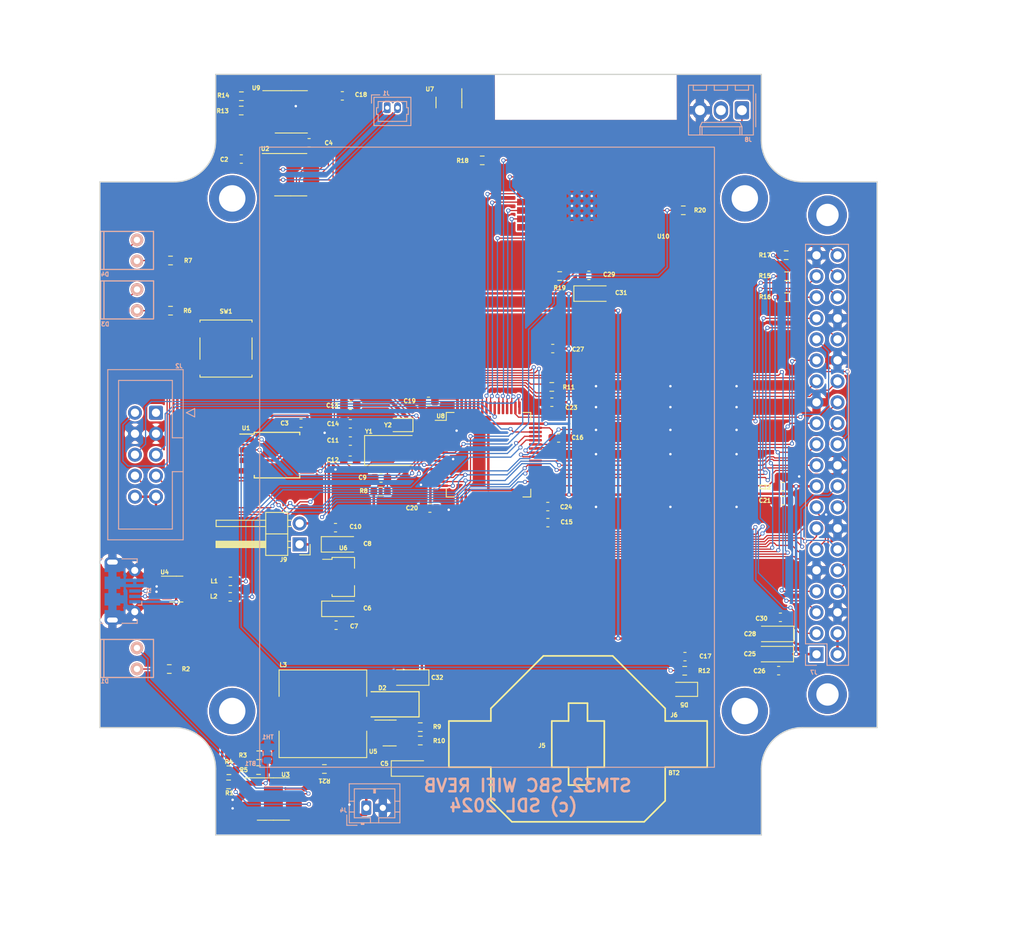
<source format=kicad_pcb>
(kicad_pcb (version 20221018) (generator pcbnew)
  (title_block (title "stm32_sbc_wifi") (rev "B"))
  (layers (0 "F.Cu" signal) (31 "B.Cu" signal) (34 "B.Paste" user) (35 "F.Paste" user) (36 "B.SilkS" user "B.Silkscreen") (37 "F.SilkS" user "F.Silkscreen") (38 "B.Mask" user) (39 "F.Mask" user) (44 "Edge.Cuts" user))
  (net 0 "")
  (net 1 "GND")
  (net 2 "+3V3")
  (net 3 "Net-(J1-Pin_2)")
  (net 4 "Net-(J1-Pin_1)")
  (net 5 "DBG_SWDIO")
  (net 6 "DBG_SWCLK")
  (net 7 "+5V")
  (net 8 "IO_I2C1_SDA")
  (net 9 "IO_I2C1_SCL")
  (net 10 "IO_UART_TX")
  (net 11 "IO_UART_RX")
  (net 12 "IO_SPI1_CE1")
  (net 13 "IO_SPI1_CE0")
  (net 14 "IO_SPI0_MOSI")
  (net 15 "IO_SPI0_MISO")
  (net 16 "IO_SPI0_SCK")
  (net 17 "IO_SPI0_CE0")
  (net 18 "IO_SPI0_CE1")
  (net 19 "IO_I2C0_SCL")
  (net 20 "IO_I2C0_SDA")
  (net 21 "IO_PWM0")
  (net 22 "IO_PWM1")
  (net 23 "IO_SPI1_MISO")
  (net 24 "IO_SPI1_CE2")
  (net 25 "IO_SPI1_MOSI")
  (net 26 "IO_SPI1_SCK")
  (net 27 "Net-(L1-Pad1)")
  (net 28 "USB_OTG_FS_D+")
  (net 29 "Net-(L2-Pad1)")
  (net 30 "USB_OTG_FS_D-")
  (net 31 "FLASH_MISO")
  (net 32 "FLASH_MOSI")
  (net 33 "FLASH_NSS")
  (net 34 "FLASH_SCK")
  (net 35 "Net-(U8-NRST)")
  (net 36 "Net-(U8-PH0)")
  (net 37 "Net-(U8-PH1)")
  (net 38 "IO_GPIO04")
  (net 39 "IO_GPIO27")
  (net 40 "IO_GPIO22")
  (net 41 "IO_GPIO23")
  (net 42 "IO_GPIO24")
  (net 43 "IO_GPIO25")
  (net 44 "IO_GPCLK1")
  (net 45 "IO_GPCLK2")
  (net 46 "IO_GPIO26")
  (net 47 "Net-(U8-PC14)")
  (net 48 "WIFI_RSTN")
  (net 49 "WIFI_UART_TX")
  (net 50 "WIFI_UART_RX")
  (net 51 "WIFI_SCK")
  (net 52 "WIFI_MISO")
  (net 53 "WIFI_WAKE")
  (net 54 "WIFI_MOSI")
  (net 55 "Net-(U8-PC15)")
  (net 56 "Net-(U8-VCAP_1)")
  (net 57 "+3.3VA")
  (net 58 "WIFI_NSS")
  (net 59 "+3V8")
  (net 60 "LOCAL_I2C_SDA")
  (net 61 "Net-(U8-VCAP_2)")
  (net 62 "Net-(U8-VBAT)")
  (net 63 "+5C")
  (net 64 "Net-(D1-K)")
  (net 65 "Net-(D1-A)")
  (net 66 "LOCAL_I2C_SCL")
  (net 67 "LOCAL_I2C_INT")
  (net 68 "Net-(D3-K)")
  (net 69 "Net-(D3-A)")
  (net 70 "/P1")
  (net 71 "Net-(D4-K)")
  (net 72 "Net-(D4-A)")
  (net 74 "Net-(J3-D-)")
  (net 75 "WIFI_IRQ")
  (net 76 "WIFI_CEN")
  (net 77 "Net-(J3-D+)")
  (net 78 "Net-(U3-ISET)")
  (net 79 "Net-(U5-FB)")
  (net 80 "DBG_SWO")
  (net 81 "Net-(U8-BOOT0)")
  (net 82 "Net-(U10-SPI_CFG)")
  (net 98 "Net-(U3-TEMP)")
  (net 99 "Net-(U3-~{DONE})")
  (net 100 "Net-(U3-FB)")
  (net 101 "Net-(J9-Pin_1)")
  (net 102 "Net-(D5-K)")
  (net 103 "Net-(D5-A)")
  (footprint "MountingHole:MountingHole_3.2mm_M3_DIN965_Pad_TopBottom" (layer "F.Cu") (at 94 54)
    (fp_text reference "REF**" hide)
    (fp_text value "MountingHole_3.2mm_M3_DIN965_Pad_TopBottom" hide)
  )
  (footprint "MountingHole:MountingHole_3.2mm_M3_DIN965_Pad_TopBottom" (layer "F.Cu") (at 156 54)
    (fp_text reference "REF**" hide)
    (fp_text value "MountingHole_3.2mm_M3_DIN965_Pad_TopBottom" hide)
  )
  (footprint "MountingHole:MountingHole_3.2mm_M3_DIN965_Pad_TopBottom" (layer "F.Cu") (at 94 116)
    (fp_text reference "REF**" hide)
    (fp_text value "MountingHole_3.2mm_M3_DIN965_Pad_TopBottom" hide)
  )
  (footprint "MountingHole:MountingHole_3.2mm_M3_DIN965_Pad_TopBottom" (layer "F.Cu") (at 156 116)
    (fp_text reference "REF**" hide)
    (fp_text value "MountingHole_3.2mm_M3_DIN965_Pad_TopBottom" hide)
  )
  (footprint "Inductor_SMD:L_0603_1608Metric" (layer "F.Cu") (at 93.78 100.32)
    (fp_text reference "L1")
    (fp_text value "180R")
  )
  (footprint "Capacitor_SMD:C_0603_1608Metric" (layer "F.Cu") (at 103.3 47.27 180)
    (fp_text reference "C4")
    (fp_text value "100n")
  )
  (footprint "Package_TO_SOT_SMD:SOT-89-3" (layer "F.Cu") (at 107.435 99.78)
    (fp_text reference "U6")
    (fp_text value "AZ1117CR-3.3TRG1")
  )
  (footprint "project_footprints:SM_DIODE_DO214AC_1" (layer "F.Cu") (at 113.7 115.1875 180)
    (fp_text reference "D2")
    (fp_text value "SS16" hide)
  )
  (footprint "Capacitor_Tantalum_SMD:CP_EIA-3216-10_Kemet-I" (layer "F.Cu") (at 107.1325 103.64)
    (fp_text reference "C6")
    (fp_text value "10u")
  )
  (footprint "Capacitor_SMD:C_0603_1608Metric" (layer "F.Cu") (at 106.495 93.82)
    (fp_text reference "C10")
    (fp_text value "100n")
  )
  (footprint "Capacitor_SMD:C_0603_1608Metric" (layer "F.Cu") (at 108.29 81.26 180)
    (fp_text reference "C14")
    (fp_text value "6p8")
  )
  (footprint "project_footprints:SOIC-8W_5.3x5.3mm_P1.27mm" (layer "F.Cu") (at 99.42 85.05)
    (fp_text reference "U1")
    (fp_text value "SST26VF032B-104I/SM")
  )
  (footprint "Capacitor_SMD:C_0603_1608Metric" (layer "F.Cu") (at 160.09 111.115)
    (fp_text reference "C26")
    (fp_text value "100n")
  )
  (footprint "Resistor_SMD:R_0603_1608Metric" (layer "F.Cu") (at 105.15 123.01 180)
    (fp_text reference "R21")
    (fp_text value "1K2")
  )
  (footprint "Capacitor_Tantalum_SMD:CP_EIA-3216-10_Kemet-I" (layer "F.Cu") (at 107.085 95.84)
    (fp_text reference "C8")
    (fp_text value "10u")
  )
  (footprint "Package_SO:SOIC-8_3.9x4.9mm_P1.27mm" (layer "F.Cu") (at 101.08 51.13)
    (fp_text reference "U2")
    (fp_text value "ST25DV04K")
  )
  (footprint "Resistor_SMD:R_0603_1608Metric" (layer "F.Cu") (at 95.11 41.64)
    (fp_text reference "R14")
    (fp_text value "10K")
  )
  (footprint "Package_SO:SOIC-8_3.9x4.9mm_P1.27mm" (layer "F.Cu") (at 101.15 43.53)
    (fp_text reference "U9")
    (fp_text value "ADT7410TRZ")
  )
  (footprint "MountingHole:MountingHole_2.7mm_M2.5_DIN965_Pad" (layer "F.Cu") (at 166 114)
    (fp_text reference locked "REF**" hide)
    (fp_text value "MountingHole_2.7mm_M2.5_DIN965_Pad")
  )
  (footprint "Capacitor_SMD:C_0603_1608Metric" (layer "F.Cu") (at 108.29 83.35 180)
    (fp_text reference "C11")
    (fp_text value "22p")
  )
  (footprint "project_footprints:SM_BATTERY_2991_(KEYSTONE)_1" (layer "F.Cu") (at 135.827 120 90)
    (fp_text reference "J5")
    (fp_text value "2991 cell negative" hide)
  )
  (footprint "Capacitor_Tantalum_SMD:CP_EIA-3216-10_Kemet-I" (layer "F.Cu") (at 159.58 109.115 180)
    (fp_text reference "C25")
    (fp_text value "10u")
  )
  (footprint "Capacitor_SMD:C_0603_1608Metric" (layer "F.Cu") (at 132.77 72.16 180)
    (fp_text reference "C27")
    (fp_text value "100n")
  )
  (footprint "Resistor_SMD:R_0603_1608Metric" (layer "F.Cu") (at 161.005 60.87)
    (fp_text reference "R17")
    (fp_text value "DNF")
  )
  (footprint "Capacitor_SMD:C_0603_1608Metric" (layer "F.Cu") (at 108.29 79.02 180)
    (fp_text reference "C13")
    (fp_text value "6p8")
  )
  (footprint "project_footprints:L_10.4x10.4_H4.8" (layer "F.Cu") (at 104.97 116.33)
    (fp_text reference "L3")
    (fp_text value "~")
  )
  (footprint "Connector_PinHeader_2.54mm:PinHeader_1x02_P2.54mm_Horizontal" (layer "F.Cu") (at 102.155 95.845 180)
    (fp_text reference "J9")
    (fp_text value "Conn_01x02")
  )
  (footprint "Resistor_SMD:R_0603_1608Metric" (layer "F.Cu") (at 148.56 55.44)
    (fp_text reference "R20")
    (fp_text value "1M")
  )
  (footprint "Resistor_SMD:R_0603_1608Metric" (layer "F.Cu") (at 86.39 110.92)
    (fp_text reference "R2")
    (fp_text value "330R")
  )
  (footprint "Capacitor_SMD:C_0603_1608Metric" (layer "F.Cu") (at 132.66 78.65)
    (fp_text reference "C23")
    (fp_text value "100n")
  )
  (footprint "Capacitor_SMD:C_0603_1608Metric" (layer "F.Cu") (at 107.32 41.6 180)
    (fp_text reference "C18")
    (fp_text value "100n")
  )
  (footprint "Resistor_SMD:R_0603_1608Metric" (layer "F.Cu") (at 161.068 63.41)
    (fp_text reference "R15")
    (fp_text value "DNF")
  )
  (footprint "Capacitor_SMD:C_0603_1608Metric" (layer "F.Cu") (at 160.63 90.555)
    (fp_text reference "C21")
    (fp_text value "100n")
  )
  (footprint "project_footprints:SOIC-8-1EP_3.9x4.9mm_P1.27mm_EP2.29x3mm" (layer "F.Cu") (at 98.98 126.64)
    (fp_text reference "U3")
    (fp_text value "CN3058")
  )
  (footprint "Capacitor_Tantalum_SMD:CP_EIA-3216-10_Kemet-I" (layer "F.Cu") (at 115.48 111.95 180)
    (fp_text reference "C32")
    (fp_text value "10u")
  )
  (footprint "Resistor_SMD:R_0603_1608Metric" (layer "F.Cu") (at 111.95 89.45)
    (fp_text reference "R8")
    (fp_text value "10K")
  )
  (footprint "Capacitor_SMD:C_0603_1608Metric" (layer "F.Cu") (at 137.1375 63.31)
    (fp_text reference "C29")
    (fp_text value "100n")
  )
  (footprint "Package_TO_SOT_SMD:SOT-23-6" (layer "F.Cu") (at 87.24 101.25)
    (fp_text reference "U4")
    (fp_text value "USBLC6-4_9")
  )
  (footprint "Package_TO_SOT_SMD:SOT-23" (layer "F.Cu") (at 120.21 42.3975 -90)
    (fp_text reference "U7")
    (fp_text value "MCP1700T-3302E/TT")
  )
  (footprint "Resistor_SMD:R_0603_1608Metric" (layer "F.Cu") (at 132.65 76.8)
    (fp_text reference "R11")
    (fp_text value "10K")
  )
  (footprint "Inductor_SMD:L_0603_1608Metric" (layer "F.Cu") (at 93.76 102.19)
    (fp_text reference "L2")
    (fp_text value "180R")
  )
  (footprint "Capacitor_SMD:C_0603_1608Metric" (layer "F.Cu") (at 95.1 49.24)
    (fp_text reference "C2")
    (fp_text value "DNF")
  )
  (footprint "Capacitor_Tantalum_SMD:CP_EIA-3216-10_Kemet-I" (layer "F.Cu") (at 159.61 106.675 180)
    (fp_text reference "C28")
    (fp_text value "10u")
  )
  (footprint "Resistor_SMD:R_0603_1608Metric" (layer "F.Cu") (at 148.73 111.13 180)
    (fp_text reference "R12")
    (fp_text value "1K")
  )
  (footprint "Capacitor_SMD:C_0603_1608Metric" (layer "F.Cu") (at 132.17 91.27 180)
    (fp_text reference "C24")
    (fp_text value "100n")
  )
  (footprint "Capacitor_SMD:C_0603_1608Metric" (layer "F.Cu") (at 148.76 109.42)
    (fp_text reference "C17")
    (fp_text value "100n")
  )
  (footprint "Resistor_SMD:R_0603_1608Metric" (layer "F.Cu") (at 97.19 123.14)
    (fp_text reference "R5")
    (fp_text value "1K2")
  )
  (footprint "Resistor_SMD:R_0603_1608Metric" (layer "F.Cu") (at 116.75 119.57)
    (fp_text reference "R10")
    (fp_text value "890R")
  )
  (footprint "Capacitor_SMD:C_0603_1608Metric" (layer "F.Cu") (at 106.565 105.62)
    (fp_text reference "C7")
    (fp_text value "100n")
  )
  (footprint "Resistor_SMD:R_0603_1608Metric" (layer "F.Cu") (at 93.6 123.16)
    (fp_text reference "R4")
    (fp_text value "3K")
  )
  (footprint "Capacitor_Tantalum_SMD:CP_EIA-3216-10_Kemet-I" (layer "F.Cu") (at 137.63 65.51)
    (fp_text reference "C31")
    (fp_text value "10u")
  )
  (footprint "Capacitor_SMD:C_0603_1608Metric" (layer "F.Cu") (at 112 87.82)
    (fp_text reference "C9")
    (fp_text value "100n")
  )
  (footprint "Resistor_SMD:R_0603_1608Metric" (layer "F.Cu") (at 161.068 65.95)
    (fp_text reference "R16")
    (fp_text value "DNF")
  )
  (footprint "Capacitor_SMD:C_0603_1608Metric" (layer "F.Cu") (at 160.6 88.865)
    (fp_text reference "C22")
    (fp_text value "100n")
  )
  (footprint "Resistor_SMD:R_0603_1608Metric" (layer "F.Cu") (at 116.75 117.95 180)
    (fp_text reference "R9")
    (fp_text value "6K8")
  )
  (footprint "Package_TO_SOT_SMD:SOT-23-6" (layer "F.Cu") (at 113.04 118.6575)
    (fp_text reference "U5")
    (fp_text value "MT3608")
  )
  (footprint "Button_Switch_SMD:SW_SPST_B3S-1000" (layer "F.Cu") (at 93.25 72.16)
    (fp_text reference "SW1")
    (fp_text value "RESET")
  )
  (footprint "Capacitor_SMD:C_0603_1608Metric" (layer "F.Cu") (at 133.48 82.97)
    (fp_text reference "C16")
    (fp_text value "2u2")
  )
  (footprint "Capacitor_Tantalum_SMD:CP_EIA-3216-10_Kemet-I" (layer "F.Cu") (at 115.55 122.95)
    (fp_text reference "C5")
    (fp_text value "10u")
  )
  (footprint "Capacitor_SMD:C_0603_1608Metric" (layer "F.Cu") (at 102.32 81.18)
    (fp_text reference "C3")
    (fp_text value "100n")
  )
  (footprint "Resistor_SMD:R_0603_1608Metric" (layer "F.Cu") (at 86.54 61.51 180)
    (fp_text reference "R7")
    (fp_text value "330R")
  )
  (footprint "project_footprints:SM_BATTERY_3002_(KEYSTONE)_1" (layer "F.Cu") (at 135.827 120)
    (fp_text reference "J6")
    (fp_text value "3002 cell positive" hide)
  )
  (footprint "Resistor_SMD:R_0603_1608Metric" (layer "F.Cu") (at 133.61 63.39 180)
    (fp_text reference "R19")
    (fp_text value "1M")
  )
  (footprint "Capacitor_SMD:C_0603_1608Metric" (layer "F.Cu") (at 117.91 91.45)
    (fp_text reference "C20")
    (fp_text value "100n")
  )
  (footprint "Diode_SMD:D_SOD-323" (layer "F.Cu") (at 148.68 113.38 180)
    (fp_text reference "D5")
    (fp_text value "BAT60JFILM")
  )
  (footprint "Capacitor_SMD:C_0603_1608Metric" (layer "F.Cu") (at 132.18 93.21)
    (fp_text reference "C15")
    (fp_text value "2u2")
  )
  (footprint "project_footprints:Crystal_SMD_2012-2Pin_2.0x1.2mm" (layer "F.Cu") (at 114.66 81.41 180)
    (fp_text reference "Y2")
    (fp_text value "32.768kHz")
  )
  (footprint "MountingHole:MountingHole_2.7mm_M2.5_DIN965_Pad" (layer "F.Cu") (at 166 56)
    (fp_text reference locked "REF**" hide)
    (fp_text value "MountingHole_2.7mm_M2.5_DIN965_Pad")
  )
  (footprint "project_footprints:MICROCHIP_ATWINC1500-MR210UB" (layer "F.Cu") (at 136.77155 58.505)
    (fp_text reference "U10")
    (fp_text value "ATWINC1500-MR210UB")
  )
  (footprint "Resistor_SMD:R_0603_1608Metric" (layer "F.Cu") (at 93.56 124.87)
    (fp_text reference "R1")
    (fp_text value "1K")
  )
  (footprint "Resistor_SMD:R_0603_1608Metric" (layer "F.Cu") (at 97.21 121.35 180)
    (fp_text reference "R3")
    (fp_text value "1K2")
  )
  (footprint "project_footprints:dummy" (layer "F.Cu") (at 147.44 123.99)
    (fp_text reference "BT2")
    (fp_text value "CR2032")
  )
  (footprint "project_footprints:Crystal_SMD_5032-2Pin_5.0x3.2mm" (layer "F.Cu") (at 113.06 84.48)
    (fp_text reference "Y1")
    (fp_text value "8MHz")
  )
  (footprint "Capacitor_SMD:C_0603_1608Metric" (layer "F.Cu") (at 108.27 85.67)
    (fp_text reference "C12")
    (fp_text value "22p")
  )
  (footprint "Capacitor_SMD:C_0603_1608Metric" (layer "F.Cu") (at 117.74 78.55)
    (fp_text reference "C19")
    (fp_text value "100n")
  )
  (footprint "Resistor_SMD:R_0603_1608Metric" (layer "F.Cu") (at 86.54 67.58 180)
    (fp_text reference "R6")
    (fp_text value "330R")
  )
  (footprint "Capacitor_SMD:C_0603_1608Metric" (layer "F.Cu") (at 160.3 104.665)
    (fp_text reference "C30")
    (fp_text value "100n")
  )
  (footprint "Package_QFP:LQFP-64_10x10mm_P0.5mm" (layer "F.Cu") (at 125 85)
    (fp_text reference "U8")
    (fp_text value "STM32F205RGT7")
  )
  (footprint "Resistor_SMD:R_0603_1608Metric" (layer "F.Cu") (at 95.09 43.37)
    (fp_text reference "R13")
    (fp_text value "10K")
  )
  (footprint "Resistor_SMD:R_0603_1608Metric" (layer "F.Cu") (at 124.24 49.4)
    (fp_text reference "R18")
    (fp_text value "1M")
  )
  (footprint "Connector_PinHeader_2.54mm:PinHeader_2x20_P2.54mm_Vertical" (layer "B.Cu") (at 164.67 109.14)
    (fp_text reference "J7")
    (fp_text value "RPi")
  )
  (footprint "project_footprints:3mm_right_angle_LED" (layer "B.Cu") (at 82.48 109.64 -90)
    (fp_text reference "D1")
    (fp_text value "LTST-C190KRKT")
  )
  (footprint "Connector_Molex:Molex_KK-254_AE-6410-03A_1x03_P2.54mm_Vertical" (layer "B.Cu") (at 155.65 43.34 180)
    (fp_text reference "J8")
    (fp_text value "Conn_01x03")
  )
  (footprint "Connector_USB:USB_Micro-B_Molex-105017-0001" (layer "B.Cu") (at 80.75 101.49 90)
    (fp_text reference "J3")
    (fp_text value "USB_OTG")
  )
  (footprint "project_footprints:103040_5000mAh_LiPo" (layer "B.Cu") (at 124.82 85.3 90)
    (fp_text reference "BT1")
    (fp_text value "105575")
  )
  (footprint "project_footprints:3mm_right_angle_LED" (layer "B.Cu") (at 82.49 66.28 -90)
    (fp_text reference "D3")
    (fp_text value "LED0")
  )
  (footprint "project_footprints:3mm_right_angle_LED" (layer "B.Cu") (at 82.48 60.29 -90)
    (fp_text reference "D4")
    (fp_text value "LED1")
  )
  (footprint "Connector_Molex:Molex_PicoBlade_53047-0210_1x02_P1.25mm_Vertical" (layer "B.Cu") (at 112.75 43.03)
    (fp_text reference "J1")
    (fp_text value "Conn_01x02")
  )
  (footprint "Resistor_SMD:R_0603_1608Metric" (layer "B.Cu") (at 98.26 121.15 90)
    (fp_text reference "TH1")
    (fp_text value "B57330V2103J260")
  )
  (footprint "Connector_JST:JST_PH_B2B-PH-K_1x02_P2.00mm_Vertical" (layer "B.Cu") (at 110.22 127.71)
    (fp_text reference "J4")
    (fp_text value "Conn_01x02")
  )
  (footprint "Connector_IDC:IDC-Header_2x05_P2.54mm_Vertical" (layer "B.Cu") (at 84.78 79.92 180)
    (fp_text reference "J2")
    (fp_text value "Conn_01x10")
  )
  (gr_arc (start 158 123) (mid 159.464466 119.464466) (end 163 118) (stroke (width 0.15)) (layer "Edge.Cuts"))
  (gr_line (start 92 39) (end 92 47) (stroke (width 0.15)) (layer "Edge.Cuts"))
  (gr_line (start 78 118) (end 87 118) (stroke (width 0.15)) (layer "Edge.Cuts"))
  (gr_arc (start 92 47) (mid 90.535534 50.535534) (end 87 52) (stroke (width 0.15)) (layer "Edge.Cuts"))
  (gr_line (start 158 123) (end 158 131) (stroke (width 0.15)) (layer "Edge.Cuts"))
  (gr_line (start 163 52) (end 172 52) (stroke (width 0.15)) (layer "Edge.Cuts"))
  (gr_line (start 158 39) (end 158 47) (stroke (width 0.15)) (layer "Edge.Cuts"))
  (gr_line (start 92 39) (end 158 39) (stroke (width 0.15)) (layer "Edge.Cuts"))
  (gr_line (start 172 52) (end 172 118) (stroke (width 0.15)) (layer "Edge.Cuts"))
  (gr_line (start 78 118) (end 78 52) (stroke (width 0.15)) (layer "Edge.Cuts"))
  (gr_arc (start 87 118) (mid 90.535534 119.464466) (end 92 123) (stroke (width 0.15)) (layer "Edge.Cuts"))
  (gr_line (start 87 52) (end 78 52) (stroke (width 0.15)) (layer "Edge.Cuts"))
  (gr_line (start 158 131) (end 92 131) (stroke (width 0.15)) (layer "Edge.Cuts"))
  (gr_line (start 92 123) (end 92 131) (stroke (width 0.15)) (layer "Edge.Cuts"))
  (gr_arc (start 163 52) (mid 159.464466 50.535534) (end 158 47) (stroke (width 0.15)) (layer "Edge.Cuts"))
  (gr_line (start 172 118) (end 163 118) (stroke (width 0.15)) (layer "Edge.Cuts"))
  (gr_text "STM32 SBC WIFI REVB\n   (c) SDL 2024" (at 129.73 126.23) (layer "B.SilkS") (effects (font (size 1.5 1.5) (thickness 0.3)) (justify mirror)))
  (segment (start 164.655 60.82) (end 164.71 60.875) (width 0.15) (layer "F.Cu") (net 1))
  (segment (start 131.9295 78.6945) (end 131.885 78.65) (width 0.15) (layer "F.Cu") (net 1))
  (via (at 116.83 88.64) (size 0.5) (drill 0.3) (layers "F.Cu" "B.Cu") (net 1))
  (via (at 155 79.24) (size 0.5) (drill 0.3) (layers "F.Cu" "B.Cu") (net 1))
  (via (at 84.84 101.57) (size 0.5) (drill 0.3) (layers "F.Cu" "B.Cu") (net 1))
  (via (at 138 84.93) (size 0.5) (drill 0.3) (layers "F.Cu" "B.Cu") (net 1))
  (via (at 147 84.93) (size 0.5) (drill 0.3) (layers "F.Cu" "B.Cu") (net 1))
  (via (at 147 79.24) (size 0.5) (drill 0.3) (layers "F.Cu" "B.Cu") (net 1))
  (via (at 155 91.31) (size 0.5) (drill 0.3) (layers "F.Cu" "B.Cu") (net 1))
  (via (at 94.05 127.77) (size 0.5) (drill 0.3) (layers "F.Cu" "B.Cu") (net 1))
  (via (at 138 91.31) (size 0.5) (drill 0.3) (layers "F.Cu" "B.Cu") (net 1))
  (via (at 138 79.24) (size 0.5) (drill 0.3) (layers "F.Cu" "B.Cu") (net 1))
  (via (at 120.72 85.53) (size 0.5) (drill 0.3) (layers "F.Cu" "B.Cu") (net 1))
  (via (at 101.69 42.84) (size 0.5) (drill 0.3) (layers "F.Cu" "B.Cu") (net 1))
  (via (at 155 76.71) (size 0.5) (drill 0.3) (layers "F.Cu" "B.Cu") (net 1))
  (via (at 138 82) (size 0.5) (drill 0.3) (layers "F.Cu" "B.Cu") (net 1))
  (via (at 84.86 100.93) (size 0.5) (drill 0.3) (layers "F.Cu" "B.Cu") (net 1))
  (via (at 120.19 91.66) (size 0.5) (drill 0.3) (layers "F.Cu" "B.Cu") (net 1))
  (via (at 147 82) (size 0.5) (drill 0.3) (layers "F.Cu" "B.Cu") (net 1))
  (via (at 147 76.71) (size 0.5) (drill 0.3) (layers "F.Cu" "B.Cu") (net 1))
  (via (at 147 91.31) (size 0.5) (drill 0.3) (layers "F.Cu" "B.Cu") (net 1))
  (via (at 138 76.71) (size 0.5) (drill 0.3) (layers "F.Cu" "B.Cu") (net 1))
  (via (at 155 84.93) (size 0.5) (drill 0.3) (layers "F.Cu" "B.Cu") (net 1))
  (via (at 121.14 82.09) (size 0.5) (drill 0.3) (layers "F.Cu" "B.Cu") (net 1))
  (via (at 106.49 86.79) (size 0.5) (drill 0.3) (layers "F.Cu" "B.Cu") (net 1))
  (via (at 165.83572 92.236011) (size 0.5) (drill 0.3) (layers "F.Cu" "B.Cu") (net 1))
  (via (at 94.05 126.74) (size 0.5) (drill 0.3) (layers "F.Cu" "B.Cu") (net 1))
  (via (at 155 82) (size 0.5) (drill 0.3) (layers "F.Cu" "B.Cu") (net 1))
  (via (at 105.18 82.35) (size 0.5) (drill 0.3) (layers "F.Cu" "B.Cu") (net 1))
  (via (at 108.17 127.32) (size 0.5) (drill 0.3) (layers "F.Cu" "B.Cu") (net 1))
  (via (at 162.57 87.63) (size 0.5) (drill 0.3) (layers "F.Cu" "B.Cu") (net 1))
  (segment (start 105.011304 93.305) (end 102.155 93.305) (width 0.3) (layer "F.Cu") (net 2))
  (segment (start 117.91 92.51) (end 122.25 92.51) (width 0.3) (layer "F.Cu") (net 2))
  (segment (start 157.41 89.83) (end 157.52 89.72) (width 0.3) (layer "F.Cu") (net 2))
  (segment (start 134.73 89.83) (end 131.67 89.83) (width 0.3) (layer "F.Cu") (net 2))
  (segment (start 128.75 90.675) (end 128.75 91.71) (width 0.3) (layer "F.Cu") (net 2))
  (segment (start 100.635 84.415) (end 103.07 84.415) (width 0.3) (layer "F.Cu") (net 2))
  (segment (start 101.82 47.18) (end 102.435 47.18) (width 0.3) (layer "F.Cu") (net 2))
  (segment (start 87.39 80.29) (end 87.365 80.265) (width 0.3) (layer "F.Cu") (net 2))
  (segment (start 105.69 92.51) (end 111.03 92.51) (width 0.3) (layer "F.Cu") (net 2))
  (segment (start 105.62 92.58) (end 105.62 92.934239) (width 0.3) (layer "F.Cu") (net 2))
  (segment (start 99.365 85.685) (end 100.635 84.415) (width 0.3) (layer "F.Cu") (net 2))
  (segment (start 94.285 41.64) (end 94.285 43.35) (width 0.3) (layer "F.Cu") (net 2))
  (segment (start 136.3625 63.31) (end 136.3625 61.19905) (width 0.3) (layer "F.Cu") (net 2))
  (segment (start 160.93 109.115) (end 164.645 109.115) (width 0.3) (layer "F.Cu") (net 2))
  (segment (start 122.27 89.26) (end 124.98 89.26) (width 0.3) (layer "F.Cu") (net 2))
  (segment (start 103.07 83.145) (end 103.07 84.415) (width 0.3) (layer "F.Cu") (net 2))
  (segment (start 131.345 65.51) (end 131.325 65.49) (width 0.3) (layer "F.Cu") (net 2))
  (segment (start 133.545 72.16) (end 134.69 72.16) (width 0.3) (layer "F.Cu") (net 2))
  (segment (start 161.375 89.72) (end 161.375 90.525) (width 0.3) (layer "F.Cu") (net 2))
  (segment (start 101.82 47.18) (end 94.37 47.18) (width 0.3) (layer "F.Cu") (net 2))
  (segment (start 128.77 89.26) (end 128.77 90.655) (width 0.3) (layer "F.Cu") (net 2))
  (segment (start 161.405 90.555) (end 161.44 90.59) (width 0.3) (layer "F.Cu") (net 2))
  (segment (start 105.69 84.62) (end 105.69 92.51) (width 0.3) (layer "F.Cu") (net 2))
  (segment (start 131.325 65.49) (end 123.425 65.49) (width 0.3) (layer "F.Cu") (net 2))
  (segment (start 133.435 78.65) (end 134.69 78.65) (width 0.3) (layer "F.Cu") (net 2))
  (segment (start 121.25 81.23) (end 121.25 79.325) (width 0.3) (layer "F.Cu") (net 2))
  (segment (start 87.365 80.265) (end 87.365 67.58) (width 0.3) (layer "F.Cu") (net 2))
  (segment (start 119.325 87.25) (end 117.97 87.25) (width 0.3) (layer "F.Cu") (net 2))
  (segment (start 101.82 49.225) (end 101.82 47.18) (width 0.3) (layer "F.Cu") (net 2))
  (segment (start 111.125 92.415) (end 111.03 92.51) (width 0.3) (layer "F.Cu") (net 2))
  (segment (start 103.095 81.18) (end 103.095 80.29) (width 0.3) (layer "F.Cu") (net 2))
  (segment (start 103.555 49.225) (end 101.82 49.225) (width 0.3) (layer "F.Cu") (net 2))
  (segment (start 161.375 90.525) (end 161.405 90.555) (width 0.3) (layer "F.Cu") (net 2))
  (segment (start 103.09 81.185) (end 103.09 83.125) (width 0.3) (layer "F.Cu") (net 2))
  (segment (start 136.28 65.51) (end 131.345 65.51) (width 0.3) (layer "F.Cu") (net 2))
  (segment (start 161.42 88.82) (end 161.375 88.865) (width 0.3) (layer "F.Cu") (net 2))
  (segment (start 124.98 89.26) (end 128.77 89.26) (width 0.3) (layer "F.Cu") (net 2))
  (segment (start 122.25 89.28) (end 122.27 89.26) (width 0.3) (layer "F.Cu") (net 2))
  (segment (start 164.67 88.82) (end 161.42 88.82) (width 0.3) (layer "F.Cu") (net 2))
  (segment (start 123.415 65.5) (end 123.415 49.4) (width 0.3) (layer "F.Cu") (net 2))
  (segment (start 131.30655 61.175) (end 131.30655 65.47155) (width 0.3) (layer "F.Cu") (net 2))
  (segment (start 130.935 91.73) (end 131.395 91.27) (width 0.3) (layer "F.Cu") (net 2))
  (segment (start 121.25 79.325) (end 121.25 78.35) (width 0.3) (layer "F.Cu") (net 2))
  (segment (start 103.095 80.29) (end 87.39 80.29) (width 0.3) (layer "F.Cu") (net 2))
  (segment (start 117.97 91.47) (end 118.665 91.47) (width 0.3) (layer "F.Cu") (net 2))
  (segment (start 157.52 89.72) (end 161.375 89.72) (width 0.3) (layer "F.Cu") (net 2))
  (segment (start 136.3625 65.4275) (end 136.28 65.51) (width 0.3) (layer "F.Cu") (net 2))
  (segment (start 103.095 81.18) (end 103.09 81.185) (width 0.3) (layer "F.Cu") (net 2))
  (segment (start 103.07 84.415) (end 105.485 84.415) (width 0.3) (layer "F.Cu") (net 2))
  (segment (start 111.125 89.45) (end 111.125 92.415) (width 0.3) (layer "F.Cu") (net 2))
  (segment (start 128.77 90.655) (end 128.75 90.675) (width 0.3) (layer "F.Cu") (net 2))
  (segment (start 117.97 91.47) (end 117.97 92.45) (width 0.3) (layer "F.Cu") (net 2))
  (segment (start 105.62 92.934239) (end 105.509239 93.045) (width 0.3) (layer "F.Cu") (net 2))
  (segment (start 121.1 78.2) (end 118.865 78.2) (width 0.3) (layer "F.Cu") (net 2))
  (segment (start 121.25 78.35) (end 121.1 78.2) (width 0.3) (layer "F.Cu") (net 2))
  (segment (start 130.665 81.24) (end 124.99 81.24) (width 0.3) (layer "F.Cu") (net 2))
  (segment (start 131.30655 65.47155) (end 131.325 65.49) (width 0.3) (layer "F.Cu") (net 2))
  (segment (start 128.75 91.71) (end 128.73 91.73) (width 0.3) (layer "F.Cu") (net 2))
  (segment (start 136.3625 61.19905) (end 136.38655 61.175) (width 0.3) (layer "F.Cu") (net 2))
  (segment (start 136.3625 63.31) (end 136.3625 65.4275) (width 0.3) (layer "F.Cu") (net 2))
  (segment (start 117.97 87.25) (end 117.97 91.47) (width 0.3) (layer "F.Cu") (net 2))
  (segment (start 160.93 111.05) (end 160.865 111.115) (width 0.3) (layer "F.Cu") (net 2))
  (segment (start 160.93 109.115) (end 160.93 111.05) (width 0.3) (layer "F.Cu") (net 2))
  (segment (start 134.69 78.65) (end 134.72 78.62) (width 0.3) (layer "F.Cu") (net 2))
  (segment (start 102.435 47.18) (end 102.525 47.27) (width 0.3) (layer "F.Cu") (net 2))
  (segment (start 105.69 92.51) (end 105.62 92.58) (width 0.3) (layer "F.Cu") (net 2))
  (segment (start 105.509239 93.045) (end 105.271304 93.045) (width 0.3) (layer "F.Cu") (net 2))
  (segment (start 94.37 47.18) (end 87.365 54.185) (width 0.3) (layer "F.Cu") (net 2))
  (segment (start 87.365 61.51) (end 87.365 67.58) (width 0.3) (layer "F.Cu") (net 2))
  (segment (start 87.365 54.185) (end 87.365 61.51) (width 0.3) (layer "F.Cu") (net 2))
  (segment (start 164.645 109.115) (end 164.67 109.14) (width 0.3) (layer "F.Cu") (net 2))
  (segment (start 123.425 65.49) (end 123.415 65.5) (width 0.3) (layer "F.Cu") (net 2))
  (segment (start 105.271304 93.045) (end 105.011304 93.305) (width 0.3) (layer "F.Cu") (net 2))
  (segment (start 134.73 89.83) (end 157.41 89.83) (width 0.3) (layer "F.Cu") (net 2))
  (segment (start 124.99 81.24) (end 124.98 81.25) (width 0.3) (layer "F.Cu") (net 2))
  (segment (start 128.73 91.73) (end 130.935 91.73) (width 0.3) (layer "F.Cu") (net 2))
  (segment (start 111.03 92.51) (end 117.91 92.51) (width 0.3) (layer "F.Cu") (net 2))
  (segment (start 124.98 81.23) (end 121.25 81.23) (width 0.3) (layer "F.Cu") (net 2))
  (segment (start 122.25 90.675) (end 122.25 89.28) (width 0.3) (layer "F.Cu") (net 2))
  (segment (start 94.285 43.35) (end 94.265 43.37) (width 0.3) (layer "F.Cu") (net 2))
  (segment (start 122.25 92.51) (end 122.25 90.675) (width 0.3) (layer "F.Cu") (net 2))
  (segment (start 161.375 88.865) (end 161.375 89.72) (width 0.3) (layer "F.Cu") (net 2))
  (segment (start 124.99 81.24) (end 124.98 81.23) (width 0.3) (layer "F.Cu") (net 2))
  (segment (start 94.315 43.23) (end 94.315 47.285) (width 0.3) (layer "F.Cu") (net 2))
  (segment (start 131.67 89.83) (end 131.395 90.105) (width 0.3) (layer "F.Cu") (net 2))
  (segment (start 131.395 90.105) (end 131.395 91.27) (width 0.3) (layer "F.Cu") (net 2))
  (segment (start 130.675 81.25) (end 131.929498 81.25) (width 0.3) (layer "F.Cu") (net 2))
  (segment (start 130.675 81.25) (end 130.665 81.24) (width 0.3) (layer "F.Cu") (net 2))
  (segment (start 124.98 81.25) (end 124.98 89.26) (width 0.3) (layer "F.Cu") (net 2))
  (segment (start 105.485 84.415) (end 105.69 84.62) (width 0.3) (layer "F.Cu") (net 2))
  (segment (start 103.09 83.125) (end 103.07 83.145) (width 0.3) (layer "F.Cu") (net 2))
  (segment (start 117.97 92.45) (end 117.91 92.51) (width 0.3) (layer "F.Cu") (net 2))
  (segment (start 95.77 85.685) (end 99.365 85.685) (width 0.3) (layer "F.Cu") (net 2))
  (via (at 134.73 89.83) (size 0.5) (drill 0.3) (layers "F.Cu" "B.Cu") (net 2))
  (via (at 162.2 88.82) (size 0.5) (drill 0.3) (layers "F.Cu" "B.Cu") (net 2))
  (via (at 134.7 65.53) (size 0.5) (drill 0.3) (layers "F.Cu" "B.Cu") (net 2))
  (via (at 162.2 109.1) (size 0.5) (drill 0.3) (layers "F.Cu" "B.Cu") (net 2))
  (via (at 134.7 72.17) (size 0.5) (drill 0.3) (layers "F.Cu" "B.Cu") (net 2))
  (via (at 134.72 78.62) (size 0.5) (drill 0.3) (layers "F.Cu" "B.Cu") (net 2))
  (via (at 131.929498 81.25) (size 0.5) (drill 0.3) (layers "F.Cu" "B.Cu") (net 2))
  (segment (start 134.74 78.64) (end 134.72 78.62) (width 0.3) (layer "B.Cu") (net 2))
  (segment (start 134.72 78.62) (end 134.72 72.19) (width 0.3) (layer "B.Cu") (net 2))
  (segment (start 134.74 89.82) (end 134.73 89.83) (width 0.3) (layer "B.Cu") (net 2))
  (segment (start 162.2 88.82) (end 162.2 109.1) (width 0.3) (layer "B.Cu") (net 2))
  (segment (start 131.929498 81.25) (end 134.74 81.25) (width 0.3) (layer "B.Cu") (net 2))
  (segment (start 134.7 72.17) (end 134.7 65.53) (width 0.3) (layer "B.Cu") (net 2))
  (segment (start 134.74 81.25) (end 134.74 78.64) (width 0.3) (layer "B.Cu") (net 2))
  (segment (start 134.74 81.25) (end 134.74 89.82) (width 0.3) (layer "B.Cu") (net 2))
  (segment (start 98.605 51.765) (end 96.85 51.765) (width 0.15) (layer "F.Cu") (net 3))
  (segment (start 98.605 51.765) (end 100.145 51.765) (width 0.15) (layer "F.Cu") (net 3))
  (segment (start 100.145 51.765) (end 100.16 51.75) (width 0.15) (layer "F.Cu") (net 3))
  (segment (start 96.85 51.765) (end 94.325 49.24) (width 0.15) (layer "F.Cu") (net 3))
  (via (at 100.16 51.75) (size 0.5) (drill 0.3) (layers "F.Cu" "B.Cu") (net 3))
  (segment (start 105.53 51.75) (end 114 43.28) (width 0.15) (layer "B.Cu") (net 3))
  (segment (start 114 43.28) (end 114 43.03) (width 0.15) (layer "B.Cu") (net 3))
  (segment (start 100.16 51.75) (end 105.53 51.75) (width 0.15) (layer "B.Cu") (net 3))
  (segment (start 97.13 50.495) (end 95.875 49.24) (width 0.15) (layer "F.Cu") (net 4))
  (segment (start 98.605 50.495) (end 100.145 50.495) (width 0.15) (layer "F.Cu") (net 4))
  (segment (start 100.145 50.495) (end 100.15 50.5) (width 0.15) (layer "F.Cu") (net 4))
  (segment (start 98.605 50.495) (end 97.13 50.495) (width 0.15) (layer "F.Cu") (net 4))
  (via (at 100.15 50.5) (size 0.5) (drill 0.3) (layers "F.Cu" "B.Cu") (net 4))
  (segment (start 100.15 50.5) (end 105.28 50.5) (width 0.15) (layer "B.Cu") (net 4))
  (segment (start 105.28 50.5) (end 112.75 43.03) (width 0.15) (layer "B.Cu") (net 4))
  (segment (start 130.675 82.25) (end 128.01919 82.25) (width 0.15) (layer "F.Cu") (net 5))
  (segment (start 128.01919 82.25) (end 127.65919 81.89) (width 0.15) (layer "F.Cu") (net 5))
  (via (at 127.65919 81.89) (size 0.5) (drill 0.3) (layers "F.Cu" "B.Cu") (net 5))
  (segment (start 80.78 81.38) (end 80.78 85.75) (width 0.15) (layer "B.Cu") (net 5))
  (segment (start 126.54 81.89) (end 127.65919 81.89) (width 0.15) (layer "B.Cu") (net 5))
  (segment (start 87.2 79.17) (end 123.82 79.17) (width 0.15) (layer "B.Cu") (net 5))
  (segment (start 82.24 79.92) (end 80.78 81.38) (width 0.15) (layer "B.Cu") (net 5))
  (segment (start 123.82 79.17) (end 126.54 81.89) (width 0.15) (layer "B.Cu") (net 5))
  (segment (start 127.65919 81.760813) (end 127.65919 81.89) (width 0.15) (layer "B.Cu") (net 5))
  (segment (start 81.39 86.36) (end 85.72 86.36) (width 0.15) (layer "B.Cu") (net 5))
  (segment (start 127.653877 81.7555) (end 127.65919 81.760813) (width 0.15) (layer "B.Cu") (net 5))
  (segment (start 80.78 85.75) (end 81.39 86.36) (width 0.15) (layer "B.Cu") (net 5))
  (segment (start 85.72 86.36) (end 86.2 85.88) (width 0.15) (layer "B.Cu") (net 5))
  (segment (start 86.2 80.17) (end 87.2 79.17) (width 0.15) (layer "B.Cu") (net 5))
  (segment (start 86.2 85.88) (end 86.2 80.17) (width 0.15) (layer "B.Cu") (net 5))
  (segment (start 128.659371 79.234371) (end 128.659371 77.896904) (width 0.15) (layer "F.Cu") (net 6))
  (segment (start 128.75 79.325) (end 128.659371 79.234371) (width 0.15) (layer "F.Cu") (net 6))
  (via (at 128.659371 77.896904) (size 0.5) (drill 0.3) (layers "F.Cu" "B.Cu") (net 6))
  (segment (start 128.659371 78.080629) (end 127.98 78.76) (width 0.15) (layer "B.Cu") (net 6))
  (segment (start 124.864264 78.76) (end 124.664264 78.56) (width 0.15) (layer "B.Cu") (net 6))
  (segment (start 83.52 83.72) (end 82.24 85) (width 0.15) (layer "B.Cu") (net 6))
  (segment (start 124.664264 78.56) (end 84.22 78.56) (width 0.15) (layer "B.Cu") (net 6))
  (segment (start 128.659371 77.896904) (end 128.659371 78.080629) (width 0.15) (layer "B.Cu") (net 6))
  (segment (start 84.22 78.56) (end 83.52 79.26) (width 0.15) (layer "B.Cu") (net 6))
  (segment (start 83.52 79.26) (end 83.52 83.72) (width 0.15) (layer "B.Cu") (net 6))
  (segment (start 127.98 78.76) (end 124.864264 78.76) (width 0.15) (layer "B.Cu") (net 6))
  (segment (start 140.7 107.23) (end 140.68 107.21) (width 0.3) (layer "F.Cu") (net 7))
  (segment (start 156.78 107.23) (end 157.35 107.8) (width 0.3) (layer "F.Cu") (net 7))
  (segment (start 116.94 115.1875) (end 115.605 115.1875) (width 0.3) (layer "F.Cu") (net 7))
  (segment (start 162.185 107.9) (end 167.21 107.9) (width 0.3) (layer "F.Cu") (net 7))
  (segment (start 105.785 103.56) (end 105.885 103.66) (width 0.3) (layer "F.Cu") (net 7))
  (segment (start 160.96 106.675) (end 162.185 107.9) (width 0.3) (layer "F.Cu") (net 7))
  (segment (start 140.68 107.21) (end 116.94 107.21) (width 0.3) (layer "F.Cu") (net 7))
  (segment (start 116.94 107.21) (end 116.94 115.1875) (width 0.3) (layer "F.Cu") (net 7))
  (segment (start 105.81 107.21) (end 105.79 107.19) (width 0.3) (layer "F.Cu") (net 7))
  (segment (start 105.79 103.755) (end 105.885 103.66) (width 0.3) (layer "F.Cu") (net 7))
  (segment (start 159.835 107.8) (end 160.96 106.675) (width 0.3) (layer "F.Cu") (net 7))
  (segment (start 105.79 107.19) (end 105.79 105.62) (width 0.3) (layer "F.Cu") (net 7))
  (segment (start 167.21 107.9) (end 167.21 106.6) (width 0.3) (layer "F.Cu") (net 7))
  (segment (start 117.55 115.19) (end 117.55 118.055) (width 0.3) (layer "F.Cu") (net 7))
  (segment (start 161.075 104.665) (end 161.075 106.56) (width 0.3) (layer "F.Cu") (net 7))
  (segment (start 115.605 115.1875) (end 117.4925 115.1875) (width 0.3) (layer "F.Cu") (net 7))
  (segment (start 105.785 101.28) (end 105.785 103.56) (width 0.3) (layer "F.Cu") (net 7))
  (segment (start 116.94 107.21) (end 105.81 107.21) (width 0.3) (layer "F.Cu") (net 7))
  (segment (start 167.21 107.9) (end 167.21 109.14) (width 0.3) (layer "F.Cu") (net 7))
  (segment (start 120.21 43.335) (end 120.21 67.56) (width 0.3) (layer "F.Cu") (net 7))
  (segment (start 120.21 67.56) (end 140.68 67.56) (width 0.3) (layer "F.Cu") (net 7))
  (segment (start 156.78 107.23) (end 140.7 107.23) (width 0.3) (layer "F.Cu") (net 7))
  (segment (start 105.79 105.62) (end 105.79 103.755) (width 0.3) (layer "F.Cu") (net 7))
  (segment (start 157.35 107.8) (end 159.835 107.8) (width 0.3) (layer "F.Cu") (net 7))
  (via (at 140.68 107.21) (size 0.5) (drill 0.3) (layers "F.Cu" "B.Cu") (net 7))
  (via (at 140.68 67.57) (size 0.5) (drill 0.3) (layers "F.Cu" "B.Cu") (net 7))
  (segment (start 140.68 67.56) (end 140.68 107.21) (width 0.3) (layer "B.Cu") (net 7))
  (segment (start 161.93 105.89) (end 162.64 106.6) (width 0.15) (layer "F.Cu") (net 8))
  (segment (start 161.93 103.91) (end 161.93 105.89) (width 0.15) (layer "F.Cu") (net 8))
  (segment (start 156.710254 94.32) (end 157.276657 93.753597) (width 0.15) (layer "F.Cu") (net 8))
  (segment (start 127.75 92.153096) (end 129.916904 94.32) (width 0.15) (layer "F.Cu") (net 8))
  (segment (start 129.916904 94.32) (end 156.710254 94.32) (width 0.15) (layer "F.Cu") (net 8))
  (segment (start 161.52 103.5) (end 161.93 103.91) (width 0.15) (layer "F.Cu") (net 8))
  (segment (start 162.64 106.6) (end 164.67 106.6) (width 0.15) (layer "F.Cu") (net 8))
  (segment (start 127.75 90.675) (end 127.75 92.153096) (width 0.15) (layer "F.Cu") (net 8))
  (via (at 157.276657 93.753597) (size 0.5) (drill 0.3) (layers "F.Cu" "B.Cu") (net 8))
  (via (at 161.52 103.5) (size 0.5) (drill 0.3) (layers "F.Cu" "B.Cu") (net 8))
  (segment (start 157.340462 93.817402) (end 157.276657 93.753597) (width 0.15) (layer "B.Cu") (net 8))
  (segment (start 157.340462 100.120462) (end 157.340462 93.817402) (width 0.15) (layer "B.Cu") (net 8))
  (segment (start 161.52 103.5) (end 160.72 103.5) (width 0.15) (layer "B.Cu") (net 8))
  (segment (start 160.72 103.5) (end 157.340462 100.120462) (width 0.15) (layer "B.Cu") (net 8))
  (segment (start 157.557069 94.286358) (end 158.153728 93.689698) (width 0.15) (layer "F.Cu") (net 9))
  (segment (start 161.03 102.67) (end 163.28 102.67) (width 0.15) (layer "F.Cu") (net 9))
  (segment (start 129.79264 94.62) (end 157.393427 94.62) (width 0.15) (layer "F.Cu") (net 9))
  (segment (start 127.25 92.07736) (end 129.79264 94.62) (width 0.15) (layer "F.Cu") (net 9))
  (segment (start 163.28 102.67) (end 164.67 104.06) (width 0.15) (layer "F.Cu") (net 9))
  (segment (start 127.25 90.675) (end 127.25 92.07736) (width 0.15) (layer "F.Cu") (net 9))
  (segment (start 157.393427 94.62) (end 157.557069 94.456358) (width 0.15) (layer "F.Cu") (net 9))
  (segment (start 157.557069 94.456358) (end 157.557069 94.286358) (width 0.15) (layer "F.Cu") (net 9))
  (via (at 161.03 102.67) (size 0.5) (drill 0.3) (layers "F.Cu" "B.Cu") (net 9))
  (via (at 158.153728 93.689698) (size 0.5) (drill 0.3) (layers "F.Cu" "B.Cu") (net 9))
  (segment (start 157.642069 99.282069) (end 157.642069 94.201357) (width 0.15) (layer "B.Cu") (net 9))
  (segment (start 161.03 102.67) (end 157.642069 99.282069) (width 0.15) (layer "B.Cu") (net 9))
  (segment (start 157.642069 94.201357) (end 158.153728 93.689698) (width 0.15) (layer "B.Cu") (net 9))
  (segment (start 133.54 86.27) (end 158.240052 86.27) (width 0.15) (layer "F.Cu") (net 10))
  (segment (start 121.054875 87.427615) (end 122.191215 87.427615) (width 0.15) (layer "F.Cu") (net 10))
  (segment (start 159.35143 85.552126) (end 159.489304 85.69) (width 0.15) (layer "F.Cu") (net 10))
  (segment (start 85.03028 88.81) (end 83.51 88.81) (width 0.15) (layer "F.Cu") (net 10))
  (segment (start 120.73249 87.75) (end 121.054875 87.427615) (width 0.15) (layer "F.Cu") (net 10))
  (segment (start 163.73972 85.69) (end 164.22472 85.205) (width 0.15) (layer "F.Cu") (net 10))
  (segment (start 88.45028 92.23) (end 85.03028 88.81) (width 0.15) (layer "F.Cu") (net 10))
  (segment (start 100.68 92.23) (end 88.45028 92.23) (width 0.15) (layer "F.Cu") (net 10))
  (segment (start 158.240052 86.27) (end 158.957926 85.552126) (width 0.15) (layer "F.Cu") (net 10))
  (segment (start 167.735 85.205) (end 168.885 86.355) (width 0.15) (layer "F.Cu") (net 10))
  (segment (start 158.957926 85.552126) (end 159.35143 85.552126) (width 0.15) (layer "F.Cu") (net 10))
  (segment (start 103.45 90.7) (end 102.21 90.7) (width 0.15) (layer "F.Cu") (net 10))
  (segment (start 102.21 90.7) (end 100.68 92.23) (width 0.15) (layer "F.Cu") (net 10))
  (segment (start 159.489304 85.69) (end 163.73972 85.69) (width 0.15) (layer "F.Cu") (net 10))
  (segment (start 164.22472 85.205) (end 167.735 85.205) (width 0.15) (layer "F.Cu") (net 10))
  (segment (start 119.325 87.75) (end 120.73249 87.75) (width 0.15) (layer "F.Cu") (net 10))
  (segment (start 168.885 99.845) (end 167.21 101.52) (width 0.15) (layer "F.Cu") (net 10))
  (segment (start 83.51 88.81) (end 82.24 87.54) (width 0.15) (layer "F.Cu") (net 10))
  (segment (start 168.885 86.355) (end 168.885 99.845) (width 0.15) (layer "F.Cu") (net 10))
  (via (at 122.191215 87.427615) (size 0.5) (drill 0.3) (layers "F.Cu" "B.Cu") (net 10))
  (via (at 133.54 86.27) (size 0.5) (drill 0.3) (layers "F.Cu" "B.Cu") (net 10))
  (via (at 103.45 90.7) (size 0.5) (drill 0.3) (layers "F.Cu" "B.Cu") (net 10))
  (segment (start 128.914264 85.78) (end 127.266649 87.427615) (width 0.15) (layer "B.Cu") (net 10))
  (segment (start 122.191215 87.427615) (end 121.36 88.25883) (width 0.15) (layer "B.Cu") (net 10))
  (segment (start 121.36 89.05709) (end 120.87709 89.54) (width 0.15) (layer "B.Cu") (net 10))
  (segment (start 127.266649 87.427615) (end 122.191215 87.427615) (width 0.15) (layer "B.Cu") (net 10))
  (segment (start 120.87709 89.54) (end 104.61 89.54) (width 0.15) (layer "B.Cu") (net 10))
  (segment (start 133.54 86.27) (end 133.05 85.78) (width 0.15) (layer "B.Cu") (net 10))
  (segment (start 104.61 89.54) (end 103.45 90.7) (width 0.15) (layer "B.Cu") (net 10))
  (segment (start 133.05 85.78) (end 128.914264 85.78) (width 0.15) (layer "B.Cu") (net 10))
  (segment (start 121.36 88.25883) (end 121.36 89.05709) (width 0.15) (layer "B.Cu") (net 10))
  (segment (start 168.585 88.130736) (end 168.585 97.605) (width 0.15) (layer "F.Cu") (net 11))
  (segment (start 119.325 88.25) (end 122.09 88.25) (width 0.15) (layer "F.Cu") (net 11))
  (segment (start 158.266605 86.6) (end 163.46972 86.6) (width 0.15) (layer "F.Cu") (net 11))
  (segment (start 89.17 91.93) (end 99.92 91.93) (width 0.15) (layer "F.Cu") (net 11))
  (segment (start 122.09 88.25) (end 122.22 88.12) (width 0.15) (layer "F.Cu") (net 11))
  (segment (start 166.76472 87.355) (end 167.809264 87.355) (width 0.15) (layer "F.Cu") (net 11))
  (segment (start 166.4 87.31) (end 166.71972 87.31) (width 0.15) (layer "F.Cu") (net 11))
  (segment (start 164.22472 87.355) (end 166.355 87.355) (width 0.15) (layer "F.Cu") (net 11))
  (segment (start 133.241709 86.846954) (end 158.019651 86.846954) (width 0.15) (layer "F.Cu") (net 11))
  (segment (start 167.809264 87.355) (end 168.585 88.130736) (width 0.15) (layer "F.Cu") (net 11))
  (segment (start 168.585 97.605) (end 167.21 98.98) (width 0.15) (layer "F.Cu") (net 11))
  (segment (start 99.92 91.93) (end 101.01 90.84) (width 0.15) (layer "F.Cu") (net 11))
  (segment (start 163.46972 86.6) (end 164.22472 87.355) (width 0.15) (layer "F.Cu") (net 11))
  (segment (start 166.71972 87.31) (end 166.76472 87.355) (width 0.15) (layer "F.Cu") (net 11))
  (segment (start 158.019651 86.846954) (end 158.266605 86.6) (width 0.15) (layer "F.Cu") (net 11))
  (segment (start 84.78 87.54) (end 89.17 91.93) (width 0.15) (layer "F.Cu") (net 11))
  (segment (start 166.355 87.355) (end 166.4 87.31) (width 0.15) (layer "F.Cu") (net 11))
  (via (at 133.241709 86.846954) (size 0.5) (drill 0.3) (layers "F.Cu" "B.Cu") (net 11))
  (via (at 101.01 90.84) (size 0.5) (drill 0.3) (layers "F.Cu" "B.Cu") (net 11))
  (via (at 122.22 88.12) (size 0.5) (drill 0.3) (layers "F.Cu" "B.Cu") (net 11))
  (segment (start 122.22 88.621354) (end 121.001354 89.84) (width 0.15) (layer "B.Cu") (net 11))
  (segment (start 133.241709 86.846954) (end 132.474755 86.08) (width 0.15) (layer "B.Cu") (net 11))
  (segment (start 132.474755 86.08) (end 129.038528 86.08) (width 0.15) (layer "B.Cu") (net 11))
  (segment (start 121.001354 89.84) (end 106.290344 89.84) (width 0.15) (layer "B.Cu") (net 11))
  (segment (start 106.290344 89.84) (end 104.930344 91.2) (width 0.15) (layer "B.Cu") (net 11))
  (segment (start 126.998528 88.12) (end 122.22 88.12) (width 0.15) (layer "B.Cu") (net 11))
  (segment (start 122.22 88.12) (end 122.22 88.621354) (width 0.15) (layer "B.Cu") (net 11))
  (segment (start 129.038528 86.08) (end 126.998528 88.12) (width 0.15) (layer "B.Cu") (net 11))
  (segment (start 101.37 91.2) (end 101.01 90.84) (width 0.15) (layer "B.Cu") (net 11))
  (segment (start 104.930344 91.2) (end 101.37 91.2) (width 0.15) (layer "B.Cu") (net 11))
  (segment (start 162.23 94.77) (end 164.18 92.82) (width 0.15) (layer "F.Cu") (net 12))
  (segment (start 165.745 93.45472) (end 165.745 95.365) (width 0.15) (layer "F.Cu") (net 12))
  (segment (start 126.25 91.925888) (end 129.544112 95.22) (width 0.15) (layer "F.Cu") (net 12))
  (segment (start 158.699774 94.77) (end 162.23 94.77) (width 0.15) (layer "F.Cu") (net 12))
  (segment (start 165.745 95.365) (end 164.67 96.44) (width 0.15) (layer "F.Cu") (net 12))
  (segment (start 158.249774 95.22) (end 158.699774 94.77) (width 0.15) (layer "F.Cu") (net 12))
  (segment (start 129.544112 95.22) (end 158.249774 95.22) (width 0.15) (layer "F.Cu") (net 12))
  (segment (start 165.11028 92.82) (end 165.745 93.45472) (width 0.15) (layer "F.Cu") (net 12))
  (segment (start 164.67 95.837103) (end 164.67 96.44) (width 0.15) (layer "F.Cu") (net 12))
  (segment (start 126.25 90.675) (end 126.25 91.925888) (width 0.15) (layer "F.Cu") (net 12))
  (segment (start 164.18 92.82) (end 165.11028 92.82) (width 0.15) (layer "F.Cu") (net 12))
  (segment (start 162.887654 95.07) (end 163.275414 95.45776) (width 0.15) (layer "F.Cu") (net 13))
  (segment (start 125.75 90.675) (end 125.75 91.850152) (width 0.15) (layer "F.Cu") (net 13))
  (segment (start 129.419848 95.52) (end 158.374038 95.52) (width 0.15) (layer "F.Cu") (net 13))
  (segment (start 125.75 91.850152) (end 129.419848 95.52) (width 0.15) (layer "F.Cu") (net 13))
  (segment (start 158.824038 95.07) (end 162.887654 95.07) (width 0.15) (layer "F.Cu") (net 13))
  (segment (start 158.374038 95.52) (end 158.824038 95.07) (width 0.15) (layer "F.Cu") (net 13))
  (via (at 163.275414 95.45776) (size 0.5) (drill 0.3) (layers "F.Cu" "B.Cu") (net 13))
  (segment (start 167.21 96.44) (end 166.135 95.365) (width 0.15) (layer "B.Cu") (net 13))
  (segment (start 163.368174 95.365) (end 163.275414 95.45776) (width 0.15) (layer "B.Cu") (net 13))
  (segment (start 166.135 95.365) (end 163.368174 95.365) (width 0.15) (layer "B.Cu") (net 13))
  (segment (start 159.135739 96.42) (end 159.310739 96.245) (width 0.15) (layer "F.Cu") (net 14))
  (segment (start 160.243 63.41) (end 159.47 63.41) (width 0.15) (layer "F.Cu") (net 14))
  (segment (start 164.67 86.28) (end 159.407552 86.28) (width 0.15) (layer "F.Cu") (net 14))
  (segment (start 124.25 91.622944) (end 129.047056 96.42) (width 0.15) (layer "F.Cu") (net 14))
  (segment (start 159.407552 86.28) (end 159.154678 86.027126) (width 0.15) (layer "F.Cu") (net 14))
  (segment (start 129.047056 96.42) (end 159.135739 96.42) (width 0.15) (layer "F.Cu") (net 14))
  (segment (start 124.25 90.675) (end 124.25 91.622944) (width 0.15) (layer "F.Cu") (net 14))
  (via (at 159.47 63.41) (size 0.5) (drill 0.3) (layers "F.Cu" "B.Cu") (net 14))
  (via (at 159.154678 86.027126) (size 0.5) (drill 0.3) (layers "F.Cu" "B.Cu") (net 14))
  (via (at 159.310739 96.245) (size 0.5) (drill 0.3) (layers "F.Cu" "B.Cu") (net 14))
  (segment (start 159.026528 69.128355) (end 159.31 69.411827) (width 0.15) (layer "B.Cu") (net 14))
  (segment (start 159.366789 96.18895) (end 159.310739 96.245) (width 0.15) (layer "B.Cu") (net 14))
  (segment (start 159.31 69.888173) (end 159.026528 70.171645) (width 0.15) (layer "B.Cu") (net 14))
  (segment (start 159.026528 63.853472) (end 159.026528 69.128355) (width 0.15) (layer "B.Cu") (net 14))
  (segment (start 159.026528 70.171645) (end 159.026528 85.898976) (width 0.15) (layer "B.Cu") (net 14))
  (segment (start 159.154678 86.027126) (end 159.366789 86.239237) (width 0.15) (layer "B.Cu") (net 14))
  (segment (start 159.47 63.41) (end 159.026528 63.853472) (width 0.15) (layer "B.Cu") (net 14))
  (segment (start 159.31 69.411827) (end 159.31 69.888173) (width 0.15) (layer "B.Cu") (net 14))
  (segment (start 159.026528 85.898976) (end 159.154678 86.027126) (width 0.15) (layer "B.Cu") (net 14))
  (segment (start 159.366789 86.239237) (end 159.366789 96.18895) (width 0.15) (layer "B.Cu") (net 14))
  (segment (start 160.243 65.95) (end 159.665 65.95) (width 0.15) (layer "F.Cu") (net 15))
  (segment (start 128.922792 96.72) (end 159.870361 96.72) (width 0.15) (layer "F.Cu") (net 15))
  (segment (start 164.67 83.74) (end 163.707109 84.702891) (width 0.15) (layer "F.Cu") (net 15))
  (segment (start 123.75 90.675) (end 123.75 91.547208) (width 0.15) (layer "F.Cu") (net 15))
  (segment (start 123.75 91.547208) (end 128.922792 96.72) (width 0.15) (layer "F.Cu") (net 15))
  (segment (start 159.870361 96.72) (end 160.045361 96.545) (width 0.15) (layer "F.Cu") (net 15))
  (segment (start 163.707109 84.702891) (end 159.987109 84.702891) (width 0.15) (layer "F.Cu") (net 15))
  (via (at 159.665 65.95) (size 0.5) (drill 0.3) (layers "F.Cu" "B.Cu") (net 15))
  (via (at 159.987109 84.702891) (size 0.5) (drill 0.3) (layers "F.Cu" "B.Cu") (net 15))
  (via (at 160.045361 96.545) (size 0.5) (drill 0.3) (layers "F.Cu" "B.Cu") (net 15))
  (segment (start 159.987109 84.702891) (end 160.17 84.885782) (width 0.15) (layer "B.Cu") (net 15))
  (segment (start 160.17 84.885782) (end 160.17 96.420361) (width 0.15) (layer "B.Cu") (net 15))
  (segment (start 159.665 84.380782) (end 159.987109 84.702891) (width 0.15) (layer "B.Cu") (net 15))
  (segment (start 159.665 65.95) (end 159.665 84.380782) (width 0.15) (layer "B.Cu") (net 15))
  (segment (start 160.17 96.420361) (end 160.045361 96.545) (width 0.15) (layer "B.Cu") (net 15))
  (segment (start 128.798528 97.02) (end 161.007702 97.02) (width 0.15) (layer "F.Cu") (net 16))
  (segment (start 161.57 81.2) (end 161.18 81.59) (width 0.15) (layer "F.Cu") (net 16))
  (segment (start 123.25 90.675) (end 123.25 91.471472) (width 0.15) (layer "F.Cu") (net 16))
  (segment (start 164.67 81.2) (end 161.57 81.2) (width 0.15) (layer "F.Cu") (net 16))
  (segment (start 160.18 60.87) (end 159.43 60.87) (width 0.15) (layer "F.Cu") (net 16))
  (segment (start 161.007702 97.02) (end 161.182702 96.845) (width 0.15) (layer "F.Cu") (net 16))
  (segment (start 123.25 91.471472) (end 128.798528 97.02) (width 0.15) (layer "F.Cu") (net 16))
  (via (at 159.43 60.87) (size 0.5) (drill 0.3) (layers "F.Cu" "B.Cu") (net 16))
  (via (at 161.182702 96.845) (size 0.5) (drill 0.3) (layers "F.Cu" "B.Cu") (net 16))
  (via (at 161.18 81.59) (size 0.5) (drill 0.3) (layers "F.Cu" "B.Cu") (net 16))
  (segment (start 161.18 81.59) (end 160.920361 81.849639) (width 0.15) (layer "B.Cu") (net 16))
  (segment (start 160.920361 81.849639) (end 160.920361 96.582659) (width 0.15) (layer "B.Cu") (net 16))
  (segment (start 161.415 74.771827) (end 161.415 81.355) (width 0.15) (layer "B.Cu") (net 16))
  (segment (start 161.23 74.586827) (end 161.415 74.771827) (width 0.15) (layer "B.Cu") (net 16))
  (segment (start 160.920361 96.582659) (end 161.182702 96.845) (width 0.15) (layer "B.Cu") (net 16))
  (segment (start 161.415 81.355) (end 161.18 81.59) (width 0.15) (layer "B.Cu") (net 16))
  (segment (start 161.23 62.67) (end 161.23 74.586827) (width 0.15) (layer "B.Cu") (net 16))
  (segment (start 159.43 60.87) (end 161.23 62.67) (width 0.15) (layer "B.Cu") (net 16))
  (segment (start 158.31 85.75) (end 158.807874 85.252126) (width 0.15) (layer "F.Cu") (net 17))
  (segment (start 166.135 83.79528) (end 166.135 82.275) (width 0.15) (layer "F.Cu") (net 17))
  (segment (start 159.613568 85.39) (end 163.615456 85.39) (width 0.15) (layer "F.Cu") (net 17))
  (segment (start 166.135 82.275) (end 167.21 81.2) (width 0.15) (layer "F.Cu") (net 17))
  (segment (start 158.807874 85.252126) (end 159.475694 85.252126) (width 0.15) (layer "F.Cu") (net 17))
  (segment (start 130.675 85.75) (end 158.31 85.75) (width 0.15) (layer "F.Cu") (net 17))
  (segment (start 163.615456 85.39) (end 164.100456 84.905) (width 0.15) (layer "F.Cu") (net 17))
  (segment (start 159.475694 85.252126) (end 159.613568 85.39) (width 0.15) (layer "F.Cu") (net 17))
  (segment (start 165.02528 84.905) (end 166.135 83.79528) (width 0.15) (layer "F.Cu") (net 17))
  (segment (start 164.100456 84.905) (end 165.02528 84.905) (width 0.15) (layer "F.Cu") (net 17))
  (segment (start 164.22472 82.665) (end 164.86 82.665) (width 0.15) (layer "F.Cu") (net 18))
  (segment (start 166.135 79.735) (end 167.21 78.66) (width 0.15) (layer "F.Cu") (net 18))
  (segment (start 162.74972 84.14) (end 164.22472 82.665) (width 0.15) (layer "F.Cu") (net 18))
  (segment (start 130.785 84.14) (end 162.74972 84.14) (width 0.15) (layer "F.Cu") (net 18))
  (segment (start 164.86 82.665) (end 166.135 81.39) (width 0.15) (layer "F.Cu") (net 18))
  (segment (start 130.675 84.25) (end 130.785 84.14) (width 0.15) (layer "F.Cu") (net 18))
  (segment (start 166.135 81.39) (end 166.135 79.735) (width 0.15) (layer "F.Cu") (net 18))
  (segment (start 164.61472 77.195) (end 166.135 77.195) (width 0.15) (layer "F.Cu") (net 19))
  (segment (start 163.85972 77.95) (end 164.61472 77.195) (width 0.15) (layer "F.Cu") (net 19))
  (segment (start 166.135 77.195) (end 167.21 76.12) (width 0.15) (layer "F.Cu") (net 19))
  (segment (start 130.75 77.95) (end 163.85972 77.95) (width 0.15) (layer "F.Cu") (net 19))
  (segment (start 129.4 76.6) (end 130.75 77.95) (width 0.15) (layer "F.Cu") (net 19))
  (segment (start 125.12 76.6) (end 129.4 76.6) (width 0.15) (layer "F.Cu") (net 19))
  (segment (start 124.25 77.47) (end 125.12 76.6) (width 0.15) (layer "F.Cu") (net 19))
  (segment (start 124.25 79.325) (end 124.25 77.47) (width 0.15) (layer "F.Cu") (net 19))
  (segment (start 163.268709 77.521291) (end 164.67 76.12) (width 0.15) (layer "F.Cu") (net 20))
  (segment (start 123.75 79.325) (end 123.75 77.006442) (width 0.15) (layer "F.Cu") (net 20))
  (segment (start 129.524057 76.300499) (end 130.744849 77.521291) (width 0.15) (layer "F.Cu") (net 20))
  (segment (start 124.455943 76.300499) (end 129.524057 76.300499) (width 0.15) (layer "F.Cu") (net 20))
  (segment (start 130.744849 77.521291) (end 163.268709 77.521291) (width 0.15) (layer "F.Cu") (net 20))
  (segment (start 123.75 77.006442) (end 124.455943 76.300499) (width 0.15) (layer "F.Cu") (net 20))
  (segment (start 165.82 69.65) (end 158.735 69.65) (width 0.15) (layer "F.Cu") (net 21))
  (segment (start 130.675 87.75) (end 158.453247 87.75) (width 0.15) (layer "F.Cu") (net 21))
  (segment (start 158.453247 87.75) (end 158.772878 88.069631) (width 0.15) (layer "F.Cu") (net 21))
  (segment (start 167.21 71.04) (end 165.82 69.65) (width 0.15) (layer "F.Cu") (net 21))
  (via (at 158.735 69.65) (size 0.5) (drill 0.3) (layers "F.Cu" "B.Cu") (net 21))
  (via (at 158.772878 88.069631) (size 0.5) (drill 0.3) (layers "F.Cu" "B.Cu") (net 21))
  (segment (start 158.735 69.65) (end 158.54 69.845) (width 0.15) (layer "B.Cu") (net 21))
  (segment (start 159.001683 87.840826) (end 158.772878 88.069631) (width 0.15) (layer "B.Cu") (net 21))
  (segment (start 159.001683 86.999805) (end 159.001683 87.840826) (width 0.15) (layer "B.Cu") (net 21))
  (segment (start 158.54 86.538122) (end 159.001683 86.999805) (width 0.15) (layer "B.Cu") (net 21))
  (segment (start 158.54 69.845) (end 158.54 86.538122) (width 0.15) (layer "B.Cu") (net 21))
  (segment (start 131.583508 87.383509) (end 158.296269 87.383509) (width 0.15) (layer "F.Cu") (net 22))
  (segment (start 130.675 87.25) (end 131.449999 87.25) (width 0.15) (layer "F.Cu") (net 22))
  (segment (start 158.296269 87.383509) (end 158.502652 87.177126) (width 0.15) (layer "F.Cu") (net 22))
  (segment (start 131.449999 87.25) (end 131.583508 87.383509) (width 0.15) (layer "F.Cu") (net 22))
  (segment (start 164.67 68.5) (end 158.270002 68.5) (width 0.15) (layer "F.Cu") (net 22))
  (via (at 158.270002 68.5) (size 0.5) (drill 0.3) (layers "F.Cu" "B.Cu") (net 22))
  (via (at 158.502652 87.177126) (size 0.5) (drill 0.3) (layers "F.Cu" "B.Cu") (net 22))
  (segment (start 158.175 86.849474) (end 158.502652 87.177126) (width 0.15) (layer "B.Cu") (net 22))
  (segment (start 158.175 68.595002) (end 158.175 86.849474) (width 0.15) (layer "B.Cu") (net 22))
  (segment (start 158.270002 68.5) (end 158.175 68.595002) (width 0.15) (layer "B.Cu") (net 22))
  (segment (start 161.893 65.95) (end 164.66 65.95) (width 0.15) (layer "F.Cu") (net 23))
  (segment (start 164.66 65.95) (end 164.67 65.96) (width 0.15) (layer "F.Cu") (net 23))
  (segment (start 167.21 65.96) (end 166.135 64.885) (width 0.15) (layer "F.Cu") (net 24))
  (segment (start 157.7366 94.92) (end 158.132069 94.524531) (width 0.15) (layer "F.Cu") (net 24))
  (segment (start 129.668376 94.92) (end 157.7366 94.92) (width 0.15) (layer "F.Cu") (net 24))
  (segment (start 126.75 90.675) (end 126.75 92.001624) (width 0.15) (layer "F.Cu") (net 24))
  (segment (start 157.978172 64.885) (end 157.886586 64.976586) (width 0.15) (layer "F.Cu") (net 24))
  (segment (start 126.75 92.001624) (end 129.668376 94.92) (width 0.15) (layer "F.Cu") (net 24))
  (segment (start 166.135 64.885) (end 157.978172 64.885) (width 0.15) (layer "F.Cu") (net 24))
  (via (at 157.886586 64.976586) (size 0.5) (drill 0.3) (layers "F.Cu" "B.Cu") (net 24))
  (via (at 158.132069 94.524531) (size 0.5) (drill 0.3) (layers "F.Cu" "B.Cu") (net 24))
  (segment (start 157.875 80.711827) (end 157.875 92.6416) (width 0.15) (layer "B.Cu") (net 24))
  (segment (start 157.715 65.148172) (end 157.715 80.551827) (width 0.15) (layer "B.Cu") (net 24))
  (segment (start 157.875 92.6416) (end 158.945 93.7116) (width 0.15) (layer "B.Cu") (net 24))
  (segment (start 157.886586 64.976586) (end 157.715 65.148172) (width 0.15) (layer "B.Cu") (net 24))
  (segment (start 158.945 93.7116) (end 158.132069 94.524531) (width 0.15) (layer "B.Cu") (net 24))
  (segment (start 157.715 80.551827) (end 157.875 80.711827) (width 0.15) (layer "B.Cu") (net 24))
  (segment (start 166.135 62.345) (end 167.21 63.42) (width 0.15) (layer "F.Cu") (net 25))
  (segment (start 161.893 63.41) (end 162.958 62.345) (width 0.15) (layer "F.Cu") (net 25))
  (segment (start 162.958 62.345) (end 166.135 62.345) (width 0.15) (layer "F.Cu") (net 25))
  (segment (start 166.135 59.805) (end 167.21 60.88) (width 0.15) (layer "F.Cu") (net 26))
  (segment (start 162.895 59.805) (end 166.135 59.805) (width 0.15) (layer "F.Cu") (net 26))
  (segment (start 161.83 60.87) (end 162.895 59.805) (width 0.15) (layer "F.Cu") (net 26))
  (segment (start 92.9925 100.32) (end 92.9725 100.3) (width 0.15) (layer "F.Cu") (net 27))
  (segment (start 88.3975 100.32) (end 88.3775 100.3) (width 0.15) (layer "F.Cu") (net 27))
  (segment (start 92.9725 100.3) (end 88.3775 100.3) (width 0.15) (layer "F.Cu") (net 27))
  (segment (start 129.356801 82.774999) (end 128.546967 83.584834) (width 0.15) (layer "F.Cu") (net 28))
  (segment (start 130.650001 82.774999) (end 129.356801 82.774999) (width 0.15) (layer "F.Cu") (net 28))
  (segment (start 128.546967 83.584834) (end 128.334834 83.584834) (width 0.15) (layer "F.Cu") (net 28))
  (segment (start 95.65 100.32) (end 94.5675 100.32) (width 0.15) (layer "F.Cu") (net 28))
  (segment (start 130.675 82.75) (end 130.650001 82.774999) (width 0.15) (layer "F.Cu") (net 28))
  (via (at 128.334834 83.584834) (size 0.5) (drill 0.3) (layers "F.Cu" "B.Cu") (net 28))
  (via (at 95.65 100.32) (size 0.5) (drill 0.3) (layers "F.Cu" "B.Cu") (net 28))
  (segment (start 128.334834 83.584834) (end 128.334834 83.796967) (width 0.15) (layer "B.Cu") (net 28))
  (segment (start 127.286801 84.845) (end 119.719416 84.845) (width 0.15) (layer "B.Cu") (net 28))
  (segment (start 115.624416 88.94) (end 99.7918 88.94) (width 0.15) (layer "B.Cu") (net 28))
  (segment (start 99.7918 88.94) (end 95.65 93.0818) (width 0.15) (layer "B.Cu") (net 28))
  (segment (start 128.334834 83.796967) (end 127.286801 84.845) (width 0.15) (layer "B.Cu") (net 28))
  (segment (start 95.65 93.0818) (end 95.65 100.32) (width 0.15) (layer "B.Cu") (net 28))
  (segment (start 119.719416 84.845) (end 115.624416 88.94) (width 0.15) (layer "B.Cu") (net 28))
  (segment (start 92.9725 102.19) (end 88.3875 102.19) (width 0.15) (layer "F.Cu") (net 29))
  (segment (start 88.3875 102.19) (end 88.3775 102.2) (width 0.15) (layer "F.Cu") (net 29))
  (segment (start 130.650001 83.225001) (end 129.543199 83.225001) (width 0.15) (layer "F.Cu") (net 30))
  (segment (start 94.5475 102.19) (end 96.41 102.19) (width 0.15) (layer "F.Cu") (net 30))
  (segment (start 128.865166 83.903033) (end 128.865166 84.115166) (width 0.15) (layer "F.Cu") (net 30))
  (segment (start 130.675 83.25) (end 130.650001 83.225001) (width 0.15) (layer "F.Cu") (net 30))
  (segment (start 129.543199 83.225001) (end 128.865166 83.903033) (width 0.15) (layer "F.Cu") (net 30))
  (via (at 96.41 102.19) (size 0.5) (drill 0.3) (layers "F.Cu" "B.Cu") (net 30))
  (via (at 128.865166 84.115166) (size 0.5) (drill 0.3) (layers "F.Cu" "B.Cu") (net 30))
  (segment (start 118.818226 89.24) (end 100.1282 89.24) (width 0.15) (layer "B.Cu") (net 30))
  (segment (start 122.763226 85.295) (end 118.818226 89.24) (width 0.15) (layer "B.Cu") (net 30))
  (segment (start 100.1282 89.24) (end 96.41 92.9582) (width 0.15) (layer "B.Cu") (net 30))
  (segment (start 96.41 92.9582) (end 96.41 102.19) (width 0.15) (layer "B.Cu") (net 30))
  (segment (start 127.685332 85.295) (end 122.763226 85.295) (width 0.15) (layer "B.Cu") (net 30))
  (segment (start 128.865166 84.115166) (end 127.685332 85.295) (width 0.15) (layer "B.Cu") (net 30))
  (segment (start 119.325 85.75) (end 117.028955 85.75) (width 0.15) (layer "F.Cu") (net 31))
  (segment (start 116.585 86.193955) (end 116.585 87.275) (width 0.15) (layer "F.Cu") (net 31))
  (segment (start 97.295 84.415) (end 95.77 84.415) (width 0.15) (layer "F.Cu") (net 31))
  (segment (start 117.028955 85.75) (end 116.585 86.193955) (width 0.15) (layer "F.Cu") (net 31))
  (segment (start 97.3 84.42) (end 97.295 84.415) (width 0.15) (layer "F.Cu") (net 31))
  (via (at 116.585 87.275) (size 0.5) (drill 0.3) (layers "F.Cu" "B.Cu") (net 31))
  (via (at 97.3 84.42) (size 0.5) (drill 0.3) (layers "F.Cu" "B.Cu") (net 31))
  (segment (start 97.3 84.42) (end 100.66 87.78) (width 0.15) (layer "B.Cu") (net 31))
  (segment (start 116.08 87.78) (end 116.585 87.275) (width 0.15) (layer "B.Cu") (net 31))
  (segment (start 100.66 87.78) (end 116.08 87.78) (width 0.15) (layer "B.Cu") (net 31))
  (segment (start 118.347116 86.262884) (end 117.252884 86.262884) (width 0.15) (layer "F.Cu") (net 32))
  (segment (start 104.625 86.955) (end 104.66 86.99) (width 0.15) (layer "F.Cu") (net 32))
  (segment (start 103.07 86.955) (end 104.625 86.955) (width 0.15) (layer "F.Cu") (net 32))
  (segment (start 117.252884 86.262884) (end 117.22 86.23) (width 0.15) (layer "F.Cu") (net 32))
  (segment (start 119.325 86.25) (end 118.347116 86.25) (width 0.15) (layer "F.Cu") (net 32))
  (via (at 104.66 86.99) (size 0.5) (drill 0.3) (layers "F.Cu" "B.Cu") (net 32))
  (via (at 117.22 86.23) (size 0.5) (drill 0.3) (layers "F.Cu" "B.Cu") (net 32))
  (segment (start 104.66 86.99) (end 105.55 86.1) (width 0.15) (layer "B.Cu") (net 32))
  (segment (start 117.09 86.1) (end 117.22 86.23) (width 0.15) (layer "B.Cu") (net 32))
  (segment (start 105.55 86.1) (end 117.09 86.1) (width 0.15) (layer "B.Cu") (net 32))
  (segment (start 115.76 86.595397) (end 115.76 87.23) (width 0.15) (layer "F.Cu") (net 33))
  (segment (start 119.325 85.25) (end 117.105397 85.25) (width 0.15) (layer "F.Cu") (net 33))
  (segment (start 97.55 83.15) (end 97.545 83.145) (width 0.15) (layer "F.Cu") (net 33))
  (segment (start 97.545 83.145) (end 95.77 83.145) (width 0.15) (layer "F.Cu") (net 33))
  (segment (start 117.105397 85.25) (end 115.76 86.595397) (width 0.15) (layer "F.Cu") (net 33))
  (via (at 97.55 83.15) (size 0.5) (drill 0.3) (layers "F.Cu" "B.Cu") (net 33))
  (via (at 115.76 87.23) (size 0.5) (drill 0.3) (layers "F.Cu" "B.Cu") (net 33))
  (segment (start 97.55 83.15) (end 101.880499 87.480499) (width 0.15) (layer "B.Cu") (net 33))
  (segment (start 101.880499 87.480499) (end 115.509501 87.480499) (width 0.15) (layer "B.Cu") (net 33))
  (segment (start 115.509501 87.480499) (end 115.76 87.23) (width 0.15) (layer "B.Cu") (net 33))
  (segment (start 105.27 86) (end 105.27 92.133136) (width 0.15) (layer "F.Cu") (net 34))
  (segment (start 103.07 85.685) (end 104.955 85.685) (width 0.15) (layer "F.Cu") (net 34))
  (segment (start 130.675 88.25) (end 129.45 88.25) (width 0.15) (layer "F.Cu") (net 34))
  (segment (start 105.27 92.133136) (end 104.867459 92.535677) (width 0.15) (layer "F.Cu") (net 34))
  (segment (start 129.45 88.25) (end 129.41 88.29) (width 0.15) (layer "F.Cu") (net 34))
  (segment (start 104.955 85.685) (end 105.27 86) (width 0.15) (layer "F.Cu") (net 34))
  (via (at 104.867459 92.535677) (size 0.5) (drill 0.3) (layers "F.Cu" "B.Cu") (net 34))
  (via (at 129.41 88.29) (size 0.5) (drill 0.3) (layers "F.Cu" "B.Cu") (net 34))
  (segment (start 122.94 89.18) (end 121.38 90.74) (width 0.15) (layer "B.Cu") (net 34))
  (segment (start 127.670209 89.18) (end 122.94 89.18) (width 0.15) (layer "B.Cu") (net 34))
  (segment (start 121.38 90.74) (end 106.663136 90.74) (width 0.15) (layer "B.Cu") (net 34))
  (segment (start 128.560209 88.29) (end 127.670209 89.18) (width 0.15) (layer "B.Cu") (net 34))
  (segment (start 106.663136 90.74) (end 104.867459 92.535677) (width 0.15) (layer "B.Cu") (net 34))
  (segment (start 129.41 88.29) (end 128.560209 88.29) (width 0.15) (layer "B.Cu") (net 34))
  (segment (start 119.325 84.25) (end 117.681839 84.25) (width 0.15) (layer "F.Cu") (net 35))
  (segment (start 113.69 87.82) (end 112.775 87.82) (width 0.15) (layer "F.Cu") (net 35))
  (segment (start 114.8 86.71) (end 113.69 87.82) (width 0.15) (layer "F.Cu") (net 35))
  (segment (start 112.56 86.9) (end 107.43 86.9) (width 0.15) (layer "F.Cu") (net 35))
  (segment (start 112.775 87.115) (end 112.56 86.9) (width 0.15) (layer "F.Cu") (net 35))
  (segment (start 104.04 74.41) (end 97.225 74.41) (width 0.15) (layer "F.Cu") (net 35))
  (segment (start 106.36 76.73) (end 104.04 74.41) (width 0.15) (layer "F.Cu") (net 35))
  (segment (start 89.275 74.41) (end 97.225 74.41) (width 0.15) (layer "F.Cu") (net 35))
  (segment (start 106.36 85.83) (end 106.36 76.73) (width 0.15) (layer "F.Cu") (net 35))
  (segment (start 117.681839 84.25) (end 115.221839 86.71) (width 0.15) (layer "F.Cu") (net 35))
  (segment (start 112.775 87.82) (end 112.775 89.45) (width 0.15) (layer "F.Cu") (net 35))
  (segment (start 115.221839 86.71) (end 114.8 86.71) (width 0.15) (layer "F.Cu") (net 35))
  (segment (start 112.775 87.82) (end 112.775 87.115) (width 0.15) (layer "F.Cu") (net 35))
  (segment (start 107.43 86.9) (end 106.36 85.83) (width 0.15) (layer "F.Cu") (net 35))
  (segment (start 119.325 83.25) (end 116.33 83.25) (width 0.15) (layer "F.Cu") (net 36))
  (segment (start 116.33 83.25) (end 116.135 83.055) (width 0.15) (layer "F.Cu") (net 36))
  (segment (start 116.135 83.055) (end 112.635 83.055) (width 0.15) (layer "F.Cu") (net 36))
  (segment (start 112.635 83.055) (end 111.21 84.48) (width 0.15) (layer "F.Cu") (net 36))
  (segment (start 111.21 84.48) (end 110.195 84.48) (width 0.15) (layer "F.Cu") (net 36))
  (segment (start 110.195 84.48) (end 109.065 83.35) (width 0.15) (layer "F.Cu") (net 36))
  (segment (start 113.485 85.905) (end 110.845 85.905) (width 0.15) (layer "F.Cu") (net 37))
  (segment (start 114.91 84.48) (end 113.485 85.905) (width 0.15) (layer "F.Cu") (net 37))
  (segment (start 115.64 83.75) (end 114.91 84.48) (width 0.15) (layer "F.Cu") (net 37))
  (segment (start 119.325 83.75) (end 115.64 83.75) (width 0.15) (layer "F.Cu") (net 37))
  (segment (start 110.845 85.905) (end 110.15 86.6) (width 0.15) (layer "F.Cu") (net 37))
  (segment (start 110.15 86.6) (end 108.425 86.6) (width 0.15) (layer "F.Cu") (net 37))
  (segment (start 108.425 86.6) (end 107.495 85.67) (width 0.15) (layer "F.Cu") (net 37))
  (segment (start 122.25 77.235768) (end 124.083772 75.401996) (width 0.15) (layer "F.Cu") (net 38))
  (segment (start 160.078004 75.401996) (end 160.48 75) (width 0.15) (layer "F.Cu") (net 38))
  (segment (start 122.25 79.325) (end 122.25 77.235768) (width 0.15) (layer "F.Cu") (net 38))
  (segment (start 160.46 101.4) (end 160.58 101.52) (width 0.15) (layer "F.Cu") (net 38))
  (segment (start 124.083772 75.401996) (end 160.078004 75.401996) (width 0.15) (layer "F.Cu") (net 38))
  (segment (start 160.58 101.52) (end 164.67 101.52) (width 0.15) (layer "F.Cu") (net 38))
  (via (at 160.46 101.4) (size 0.5) (drill 0.3) (layers "F.Cu" "B.Cu") (net 38))
  (via (at 160.48 75) (size 0.5) (drill 0.3) (layers "F.Cu" "B.Cu") (net 38))
  (segment (start 160.620361 75.140361) (end 160.48 75) (width 0.15) (layer "B.Cu") (net 38))
  (segment (start 160.620361 101.239639) (end 160.620361 75.140361) (width 0.15) (layer "B.Cu") (net 38))
  (segment (start 160.46 101.4) (end 160.620361 101.239639) (width 0.15) (layer "B.Cu") (net 38))
  (segment (start 161.72 95.97) (end 162.465 96.715) (width 0.15) (layer "F.Cu") (net 39))
  (segment (start 158.622566 96.12) (end 159.072566 95.67) (width 0.15) (layer "F.Cu") (net 39))
  (segment (start 129.17132 96.12) (end 158.622566 96.12) (width 0.15) (layer "F.Cu") (net 39))
  (segment (start 163.475 96.378173) (end 163.475 96.071347) (width 0.15) (layer "F.Cu") (net 39))
  (segment (start 163.138173 96.715) (end 163.475 96.378173) (width 0.15) (layer "F.Cu") (net 39))
  (segment (start 124.75 90.675) (end 124.75 91.69868) (width 0.15) (layer "F.Cu") (net 39))
  (segment (start 159.548912 95.67) (end 159.848912 95.97) (width 0.15) (layer "F.Cu") (net 39))
  (segment (start 124.75 91.69868) (end 129.17132 96.12) (width 0.15) (layer "F.Cu") (net 39))
  (segment (start 162.465 96.715) (end 163.138173 96.715) (width 0.15) (layer "F.Cu") (net 39))
  (segment (start 159.072566 95.67) (end 159.548912 95.67) (width 0.15) (layer "F.Cu") (net 39))
  (segment (start 164.67 94.876347) (end 164.67 93.9) (width 0.15) (layer "F.Cu") (net 39))
  (segment (start 159.848912 95.97) (end 161.72 95.97) (width 0.15) (layer "F.Cu") (net 39))
  (segment (start 163.475 96.071347) (end 164.67 94.876347) (width 0.15) (layer "F.Cu") (net 39))
  (segment (start 162.247544 97.599368) (end 165.890632 97.599368) (width 0.15) (layer "F.Cu") (net 40))
  (segment (start 128.620001 97.32) (end 161.968176 97.32) (width 0.15) (layer "F.Cu") (net 40))
  (segment (start 166.07 97.42) (end 166.07 93.355456) (width 0.15) (layer "F.Cu") (net 40))
  (segment (start 164.67 91.955456) (end 164.67 91.36) (width 0.15) (layer "F.Cu") (net 40))
  (segment (start 161.968176 97.32) (end 162.247544 97.599368) (width 0.15) (layer "F.Cu") (net 40))
  (segment (start 122.75 91.449999) (end 128.620001 97.32) (width 0.15) (layer "F.Cu") (net 40))
  (segment (start 166.07 93.355456) (end 164.67 91.955456) (width 0.15) (layer "F.Cu") (net 40))
  (segment (start 165.890632 97.599368) (end 166.07 97.42) (width 0.15) (layer "F.Cu") (net 40))
  (segment (start 122.75 90.675) (end 122.75 91.449999) (width 0.15) (layer "F.Cu") (net 40))
  (segment (start 168.285 88.255) (end 168.285 90.285) (width 0.15) (layer "F.Cu") (net 41))
  (segment (start 163.345456 86.9) (end 164.100456 87.655) (width 0.15) (layer "F.Cu") (net 41))
  (segment (start 159.326185 87.313815) (end 159.74 86.9) (width 0.15) (layer "F.Cu") (net 41))
  (segment (start 168.285 90.285) (end 167.21 91.36) (width 0.15) (layer "F.Cu") (net 41))
  (segment (start 164.100456 87.655) (end 167.685 87.655) (width 0.15) (layer "F.Cu") (net 41))
  (segment (start 159.326185 88.246185) (end 159.326185 87.313815) (width 0.15) (layer "F.Cu") (net 41))
  (segment (start 167.685 87.655) (end 168.285 88.255) (width 0.15) (layer "F.Cu") (net 41))
  (segment (start 130.675 88.75) (end 158.82237 88.75) (width 0.15) (layer "F.Cu") (net 41))
  (segment (start 158.82237 88.75) (end 159.326185 88.246185) (width 0.15) (layer "F.Cu") (net 41))
  (segment (start 159.74 86.9) (end 163.345456 86.9) (width 0.15) (layer "F.Cu") (net 41))
  (segment (start 125.25 91.774416) (end 129.295584 95.82) (width 0.15) (layer "F.Cu") (net 42))
  (segment (start 158.498302 95.82) (end 158.948302 95.37) (width 0.15) (layer "F.Cu") (net 42))
  (segment (start 162.18 95.37) (end 162.93 96.12) (width 0.15) (layer "F.Cu") (net 42))
  (segment (start 158.948302 95.37) (end 162.18 95.37) (width 0.15) (layer "F.Cu") (net 42))
  (segment (start 129.295584 95.82) (end 158.498302 95.82) (width 0.15) (layer "F.Cu") (net 42))
  (segment (start 125.25 90.675) (end 125.25 91.774416) (width 0.15) (layer "F.Cu") (net 42))
  (via (at 162.93 96.12) (size 0.5) (drill 0.3) (layers "F.Cu" "B.Cu") (net 42))
  (segment (start 166.135 89.895) (end 164.445 89.895) (width 0.15) (layer "B.Cu") (net 42))
  (segment (start 164.445 89.895) (end 162.79 91.55) (width 0.15) (layer "B.Cu") (net 42))
  (segment (start 162.79 91.55) (end 162.79 95.98) (width 0.15) (layer "B.Cu") (net 42))
  (segment (start 167.21 88.82) (end 166.135 89.895) (width 0.15) (layer "B.Cu") (net 42))
  (segment (start 162.79 95.98) (end 162.93 96.12) (width 0.15) (layer "B.Cu") (net 42))
  (segment (start 122.75 79.325) (end 122.75 77.159326) (width 0.15) (layer "F.Cu") (net 43))
  (segment (start 124.207829 75.701497) (end 163.568223 75.701497) (width 0.15) (layer "F.Cu") (net 43))
  (segment (start 163.568223 75.701497) (end 164.32972 74.94) (width 0.15) (layer "F.Cu") (net 43))
  (segment (start 122.75 77.159326) (end 124.207829 75.701497) (width 0.15) (layer "F.Cu") (net 43))
  (segment (start 164.32972 74.94) (end 168.4 74.94) (width 0.15) (layer "F.Cu") (net 43))
  (via (at 168.4 74.94) (size 0.5) (drill 0.3) (layers "F.Cu" "B.Cu") (net 43))
  (segment (start 168.4 82.55) (end 168.4 74.94) (width 0.15) (layer "B.Cu") (net 43))
  (segment (start 167.21 83.74) (end 168.4 82.55) (width 0.15) (layer "B.Cu") (net 43))
  (segment (start 130.675 83.75) (end 161.605 83.75) (width 0.15) (layer "F.Cu") (net 44))
  (segment (start 161.605 83.75) (end 161.7 83.655) (width 0.15) (layer "F.Cu") (net 44))
  (segment (start 164.67 73.58) (end 161.835 73.58) (width 0.15) (layer "F.Cu") (net 44))
  (segment (start 161.835 73.58) (end 161.725 73.69) (width 0.15) (layer "F.Cu") (net 44))
  (via (at 161.7 83.655) (size 0.5) (drill 0.3) (layers "F.Cu" "B.Cu") (net 44))
  (via (at 161.725 73.69) (size 0.5) (drill 0.3) (layers "F.Cu" "B.Cu") (net 44))
  (segment (start 161.725 83.63) (end 161.7 83.655) (width 0.15) (layer "B.Cu") (net 44))
  (segment (start 161.725 73.69) (end 161.725 83.63) (width 0.15) (layer "B.Cu") (net 44))
  (segment (start 128.25 80.08) (end 128.630499 80.460499) (width 0.15) (layer "F.Cu") (net 45))
  (segment (start 128.25 79.325) (end 128.25 80.08) (width 0.15) (layer "F.Cu") (net 45))
  (segment (start 128.630499 80.460499) (end 162.689501 80.460499) (width 0.15) (layer "F.Cu") (net 45))
  (segment (start 162.689501 80.460499) (end 162.72 80.43) (width 0.15) (layer "F.Cu") (net 45))
  (via (at 162.72 80.43) (size 0.5) (drill 0.3) (layers "F.Cu" "B.Cu") (net 45))
  (segment (start 162.72 80.43) (end 163.025 80.125) (width 0.15) (layer "B.Cu") (net 45))
  (segment (start 166.135 78.985) (end 166.135 72.505) (width 0.15) (layer "B.Cu") (net 45))
  (segment (start 166.135 72.505) (end 164.67 71.04) (width 0.15) (layer "B.Cu") (net 45))
  (segment (start 163.025 80.125) (end 164.995 80.125) (width 0.15) (layer "B.Cu") (net 45))
  (segment (start 164.995 80.125) (end 166.135 78.985) (width 0.15) (layer "B.Cu") (net 45))
  (segment (start 157.11 80.76) (end 157.3 80.95) (width 0.15) (layer "F.Cu") (net 46))
  (segment (start 157.93 64.2) (end 163.89 64.2) (width 0.15) (layer "F.Cu") (net 46))
  (segment (start 135.88 81.95) (end 137.07 80.76) (width 0.15) (layer "F.Cu") (net 46))
  (segment (start 120.67 88.75) (end 120.68 88.76) (width 0.15) (layer "F.Cu") (net 46))
  (segment (start 133.48 81.95) (end 135.88 81.95) (width 0.15) (layer "F.Cu") (net 46))
  (segment (start 163.89 64.2) (end 164.67 63.42) (width 0.15) (layer "F.Cu") (net 46))
  (segment (start 137.07 80.76) (end 157.11 80.76) (width 0.15) (layer "F.Cu") (net 46))
  (segment (start 119.325 88.75) (end 120.67 88.75) (width 0.15) (layer "F.Cu") (net 46))
  (via (at 157.3 80.95) (size 0.5) (drill 0.3) (layers "F.Cu" "B.Cu") (net 46))
  (via (at 133.48 81.95) (size 0.5) (drill 0.3) (layers "F.Cu" "B.Cu") (net 46))
  (via (at 120.68 88.76) (size 0.5) (drill 0.3) (layers "F.Cu" "B.Cu") (net 46))
  (via (at 157.93 64.2) (size 0.5) (drill 0.3) (layers "F.Cu" "B.Cu") (net 46))
  (segment (start 120.68 88.17597) (end 121.910856 86.945114) (width 0.15) (layer "B.Cu") (net 46))
  (segment (start 157.3 80.95) (end 157.3 64.83) (width 0.15) (layer "B.Cu") (net 46))
  (segment (start 157.3 64.83) (end 157.93 64.2) (width 0.15) (layer "B.Cu") (net 46))
  (segment (start 121.910856 86.945114) (end 127.324886 86.945114) (width 0.15) (layer "B.Cu") (net 46))
  (segment (start 120.68 88.76) (end 120.68 88.17597) (width 0.15) (layer "B.Cu") (net 46))
  (segment (start 127.324886 86.945114) (end 128.805 85.465) (width 0.15) (layer "B.Cu") (net 46))
  (segment (start 128.805 85.465) (end 129.965 85.465) (width 0.15) (layer "B.Cu") (net 46))
  (segment (start 129.965 85.465) (end 133.48 81.95) (width 0.15) (layer "B.Cu") (net 46))
  (segment (start 112.97 79.02) (end 115.36 81.41) (width 0.15) (layer "F.Cu") (net 47))
  (segment (start 116.2 82.25) (end 115.36 81.41) (width 0.15) (layer "F.Cu") (net 47))
  (segment (start 119.325 82.25) (end 116.2 82.25) (width 0.15) (layer "F.Cu") (net 47))
  (segment (start 109.065 79.02) (end 112.97 79.02) (width 0.15) (layer "F.Cu") (net 47))
  (segment (start 146.61 55.43) (end 147.725 55.43) (width 0.15) (layer "F.Cu") (net 48))
  (segment (start 147.725 55.43) (end 147.735 55.44) (width 0.15) (layer "F.Cu") (net 48))
  (segment (start 146.61 55.43) (end 146.583 55.457) (width 0.15) (layer "F.Cu") (net 48))
  (segment (start 120.93 84.75) (end 121.98 83.7) (width 0.15) (layer "F.Cu") (net 48))
  (segment (start 146.583 55.457) (end 144.13655 55.457) (width 0.15) (layer "F.Cu") (net 48))
  (segment (start 119.325 84.75) (end 120.93 84.75) (width 0.15) (layer "F.Cu") (net 48))
  (via (at 146.61 55.43) (size 0.5) (drill 0.3) (layers "F.Cu" "B.Cu") (net 48))
  (via (at 121.98 83.7) (size 0.5) (drill 0.3) (layers "F.Cu" "B.Cu") (net 48))
  (segment (start 127.34 83.7) (end 129.85 81.19) (width 0.15) (layer "B.Cu") (net 48))
  (segment (start 135.03 63.36) (end 145.54 63.36) (width 0.15) (layer "B.Cu") (net 48))
  (segment (start 146.61 62.29) (end 146.61 55.43) (width 0.15) (layer "B.Cu") (net 48))
  (segment (start 132.95 65.44) (end 135.03 63.36) (width 0.15) (layer "B.Cu") (net 48))
  (segment (start 121.98 83.7) (end 127.34 83.7) (width 0.15) (layer "B.Cu") (net 48))
  (segment (start 129.85 69.83) (end 132.95 66.73) (width 0.15) (layer "B.Cu") (net 48))
  (segment (start 132.95 66.73) (end 132.95 65.44) (width 0.15) (layer "B.Cu") (net 48))
  (segment (start 145.54 63.36) (end 146.61 62.29) (width 0.15) (layer "B.Cu") (net 48))
  (segment (start 129.85 81.19) (end 129.85 69.83) (width 0.15) (layer "B.Cu") (net 48))
  (segment (start 153.11 48.16) (end 153.11 43.34) (width 0.15) (layer "F.Cu") (net 49))
  (segment (start 148.855 52.415) (end 153.11 48.16) (width 0.15) (layer "F.Cu") (net 49))
  (segment (start 129.40655 52.415) (end 148.855 52.415) (width 0.15) (layer "F.Cu") (net 49))
  (segment (start 130.84 53.32) (end 131.445 52.715) (width 0.15) (layer "F.Cu") (net 50))
  (segment (start 148.979264 52.715) (end 155.65 46.044264) (width 0.15) (layer "F.Cu") (net 50))
  (segment (start 155.65 46.044264) (end 155.65 43.34) (width 0.15) (layer "F.Cu") (net 50))
  (segment (start 131.445 52.715) (end 148.979264 52.715) (width 0.15) (layer "F.Cu") (net 50))
  (segment (start 129.40655 57.495) (end 130.575 57.495) (width 0.15) (layer "F.Cu") (net 50))
  (segment (start 130.575 57.495) (end 130.84 57.23) (width 0.15) (layer "F.Cu") (net 50))
  (segment (start 130.84 57.23) (end 130.84 53.32) (width 0.15) (layer "F.Cu") (net 50))
  (segment (start 127.815457 78.18026) (end 128.015265 77.980452) (width 0.15) (layer "F.Cu") (net 51))
  (segment (start 127.815457 79.259543) (end 127.815457 78.18026) (width 0.15) (layer "F.Cu") (net 51))
  (segment (start 127.75 79.325) (end 127.815457 79.259543) (width 0.15) (layer "F.Cu") (net 51))
  (segment (start 129.40655 56.479) (end 127.811 56.479) (width 0.15) (layer "F.Cu") (net 51))
  (segment (start 127.811 56.479) (end 127.8 56.49) (width 0.15) (layer "F.Cu") (net 51))
  (via (at 127.8 56.49) (size 0.5) (drill 0.3) (layers "F.Cu" "B.Cu") (net 51))
  (via (at 128.015265 77.980452) (size 0.5) (drill 0.3) (layers "F.Cu" "B.Cu") (net 51))
  (segment (start 127.84 56.53) (end 127.8 56.49) (width 0.15) (layer "B.Cu") (net 51))
  (segment (start 127.84 77.805187) (end 127.84 56.53) (width 0.15) (layer "B.Cu") (net 51))
  (segment (start 128.015265 77.980452) (end 127.84 77.805187) (width 0.15) (layer "B.Cu") (net 51))
  (segment (start 127.25 79.325) (end 127.25 78.137408) (width 0.15) (layer "F.Cu") (net 52))
  (segment (start 127.397 55.463) (end 127.39 55.47) (width 0.15) (layer "F.Cu") (net 52))
  (segment (start 129.40655 55.463) (end 127.397 55.463) (width 0.15) (layer "F.Cu") (net 52))
  (segment (start 127.25 78.137408) (end 127.366993 78.020415) (width 0.15) (layer "F.Cu") (net 52))
  (via (at 127.39 55.47) (size 0.5) (drill 0.3) (layers "F.Cu" "B.Cu") (net 52))
  (via (at 127.366993 78.020415) (size 0.5) (drill 0.3) (layers "F.Cu" "B.Cu") (net 52))
  (segment (start 127.366993 78.020415) (end 127.3255 77.978922) (width 0.15) (layer "B.Cu") (net 52))
  (segment (start 127.3255 77.978922) (end 127.3255 55.5345) (width 0.15) (layer "B.Cu") (net 52))
  (segment (start 127.3255 55.5345) (end 127.39 55.47) (width 0.15) (layer "B.Cu") (net 52))
  (segment (start 126.75 79.325) (end 126.75 77.917402) (width 0.15) (layer "F.Cu") (net 53))
  (segment (start 126.833 49.367) (end 129.40655 49.367) (width 0.15) (layer "F.Cu") (net 53))
  (segment (start 126.8 49.4) (end 126.833 49.367) (width 0.15) (layer "F.Cu") (net 53))
  (segment (start 126.75 77.917402) (end 126.729368 77.89677) (width 0.15) (layer "F.Cu") (net 53))
  (via (at 126.8 49.4) (size 0.5) (drill 0.3) (layers "F.Cu" "B.Cu") (net 53))
  (via (at 126.729368 77.89677) (size 0.5) (drill 0.3) (layers "F.Cu" "B.Cu") (net 53))
  (segment (start 126.81 49.41) (end 126.8 49.4) (width 0.15) (layer "B.Cu") (net 53))
  (segment (start 126.81 77.816138) (end 126.81 49.41) (width 0.15) (layer "B.Cu") (net 53))
  (segment (start 126.729368 77.89677) (end 126.81 77.816138) (width 0.15) (layer "B.Cu") (net 53))
  (segment (start 129.40655 53.431) (end 124.909 53.431) (width 0.15) (layer "F.Cu") (net 54))
  (segment (start 124.909 53.431) (end 124.88 53.46) (width 0.15) (layer "F.Cu") (net 54))
  (segment (start 124.76 79.315) (end 124.76 77.872284) (width 0.15) (layer "F.Cu") (net 54))
  (segment (start 124.76 77.872284) (end 124.757536 77.86982) (width 0.15) (layer "F.Cu") (net 54))
  (via (at 124.88 53.46) (size 0.5) (drill 0.3) (layers "F.Cu" "B.Cu") (net 54))
  (via (at 124.757536 77.86982) (size 0.5) (drill 0.3) (layers "F.Cu" "B.Cu") (net 54))
  (segment (start 124.92 53.5) (end 124.88 53.46) (width 0.15) (layer "B.Cu") (net 54))
  (segment (start 124.92 77.707356) (end 124.92 53.5) (width 0.15) (layer "B.Cu") (net 54))
  (segment (start 124.757536 77.86982) (end 124.92 77.707356) (width 0.15) (layer "B.Cu") (net 54))
  (segment (start 119.325 82.75) (end 115.3 82.75) (width 0.15) (layer "F.Cu") (net 55))
  (segment (start 115.3 82.75) (end 113.96 81.41) (width 0.15) (layer "F.Cu") (net 55))
  (segment (start 109.065 81.26) (end 109.215 81.41) (width 0.15) (layer "F.Cu") (net 55))
  (segment (start 109.215 81.41) (end 113.96 81.41) (width 0.15) (layer "F.Cu") (net 55))
  (segment (start 129.231168 93.21) (end 128.25 92.228832) (width 0.15) (layer "F.Cu") (net 56))
  (segment (start 131.405 93.21) (end 129.231168 93.21) (width 0.15) (layer "F.Cu") (net 56))
  (segment (start 128.25 92.228832) (end 128.25 90.675) (width 0.15) (layer "F.Cu") (net 56))
  (segment (start 106.545 41.6) (end 103.65 41.6) (width 0.3) (layer "F.Cu") (net 57))
  (segment (start 119.26 40.49) (end 106.545 40.49) (width 0.3) (layer "F.Cu") (net 57))
  (segment (start 119.26 41.46) (end 119.26 40.49) (width 0.3) (layer "F.Cu") (net 57))
  (segment (start 106.545 40.49) (end 106.545 41.6) (width 0.3) (layer "F.Cu") (net 57))
  (segment (start 103.65 41.6) (end 103.625 41.625) (width 0.3) (layer "F.Cu") (net 57))
  (segment (start 125.25 79.325) (end 125.25 78.02) (width 0.15) (layer "F.Cu") (net 58))
  (segment (start 125.25 78.02) (end 125.26 78.01) (width 0.15) (layer "F.Cu") (net 58))
  (segment (start 125.26 78.01) (end 125.312504 78.01) (width 0.15) (layer "F.Cu") (net 58))
  (segment (start 125.503 54.447) (end 125.44 54.51) (width 0.15) (layer "F.Cu") (net 58))
  (segment (start 129.40655 54.447) (end 125.503 54.447) (width 0.15) (layer "F.Cu") (net 58))
  (segment (start 125.312504 78.01) (end 125.405308 77.917196) (width 0.15) (layer "F.Cu") (net 58))
  (via (at 125.44 54.51) (size 0.5) (drill 0.3) (layers "F.Cu" "B.Cu") (net 58))
  (via (at 125.405308 77.917196) (size 0.5) (drill 0.3) (layers "F.Cu" "B.Cu") (net 58))
  (segment (start 125.47 77.852504) (end 125.47 54.54) (width 0.15) (layer "B.Cu") (net 58))
  (segment (start 125.405308 77.917196) (end 125.47 77.852504) (width 0.15) (layer "B.Cu") (net 58))
  (segment (start 125.47 54.54) (end 125.44 54.51) (width 0.15) (layer "B.Cu") (net 58))
  (segment (start 100.82 116.33) (end 105.95 116.33) (width 0.3) (layer "F.Cu") (net 59))
  (segment (start 114.1775 118.6575) (end 114.1775 119.6075) (width 0.3) (layer "F.Cu") (net 59))
  (segment (start 110.22 127.71) (end 110.22 123.07) (width 0.3) (layer "F.Cu") (net 59))
  (segment (start 106 123.065) (end 105.995 123.06) (width 0.3) (layer "F.Cu") (net 59))
  (segment (start 105.995 123.06) (end 110.23 123.06) (width 0.3) (layer "F.Cu") (net 59))
  (segment (start 110.17 123.05) (end 114.16 123.05) (width 0.3) (layer "F.Cu") (net 59))
  (segment (start 105.995 116.33) (end 105.995 123.06) (width 0.3) (layer "F.Cu") (net 59))
  (segment (start 101.455 128.545) (end 110.205 128.545) (width 0.3) (layer "F.Cu") (net 59))
  (segment (start 114.1775 123.0175) (end 114.1775 119.6075) (width 0.3) (layer "F.Cu") (net 59))
  (segment (start 114.1775 119.6075) (end 114.24 119.67) (width 0.3) (layer "F.Cu") (net 59))
  (segment (start 110.22 123.07) (end 110.23 123.06) (width 0.3) (layer "F.Cu") (net 59))
  (segment (start 105.985 116.295) (end 105.95 116.33) (width 0.3) (layer "F.Cu") (net 59))
  (segment (start 105.95 116.33) (end 105.995 116.33) (width 0.3) (layer "F.Cu") (net 59))
  (segment (start 110.205 128.545) (end 110.22 128.53) (width 0.3) (layer "F.Cu") (net 59))
  (segment (start 104.615 53.035) (end 104.515 53.035) (width 0.15) (layer "F.Cu") (net 60))
  (segment (start 129.18 85.25) (end 128.92 84.99) (width 0.15) (layer "F.Cu") (net 60))
  (segment (start 104.64 51.12) (end 102.66 51.12) (width 0.15) (layer "F.Cu") (net 60))
  (segment (start 98.675 42.895) (end 97.645 42.895) (width 0.15) (layer "F.Cu") (net 60))
  (segment (start 97.645 42.895) (end 97.17 43.37) (width 0.15) (layer "F.Cu") (net 60))
  (segment (start 105.879501 70.126988) (end 105.879501 53.769501) (width 0.15) (layer "F.Cu") (net 60))
  (segment (start 131.1 74.61) (end 130.607505 75.102495) (width 0.15) (layer "F.Cu") (net 60))
  (segment (start 105.879501 53.769501) (end 105.145 53.035) (width 0.15) (layer "F.Cu") (net 60))
  (segment (start 104.515 53.035) (end 103.31967 53.035) (width 0.15) (layer "F.Cu") (net 60))
  (segment (start 105.145 53.035) (end 104.515 53.035) (width 0.15) (layer "F.Cu") (net 60))
  (segment (start 104.61 43.42) (end 105.63 44.44) (width 0.15) (layer "F.Cu") (net 60))
  (segment (start 110.855008 75.102495) (end 105.879501 70.126988) (width 0.15) (layer "F.Cu") (net 60))
  (segment (start 104.615 53.035) (end 103.555 53.035) (width 0.15) (layer "F.Cu") (net 60))
  (segment (start 102.11 51.67) (end 102.11 52.696442) (width 0.15) (layer "F.Cu") (net 60))
  (segment (start 105.63 50.13) (end 104.64 51.12) (width 0.15) (layer "F.Cu") (net 60))
  (segment (start 130.675 85.25) (end 129.18 85.25) (width 0.15) (layer "F.Cu") (net 60))
  (segment (start 98.675 42.895) (end 99.2 43.42) (width 0.15) (layer "F.Cu") (net 60))
  (segment (start 97.17 43.37) (end 95.915 43.37) (width 0.15) (layer "F.Cu") (net 60))
  (segment (start 99.2 43.42) (end 104.61 43.42) (width 0.15) (layer "F.Cu") (net 60))
  (segment (start 130.607505 75.102495) (end 110.855008 75.102495) (width 0.15) (layer "F.Cu") (net 60))
  (segment (start 102.66 51.12) (end 102.11 51.67) (width 0.15) (layer "F.Cu") (net 60))
  (segment (start 105.63 44.44) (end 105.63 50.13) (width 0.15) (layer "F.Cu") (net 60))
  (segment (start 102.11 52.696442) (end 102.448558 53.035) (width 0.15) (layer "F.Cu") (net 60))
  (segment (start 102.448558 53.035) (end 103.555 53.035) (width 0.15) (layer "F.Cu") (net 60))
  (via (at 131.1 74.61) (size 0.5) (drill 0.3) (layers "F.Cu" "B.Cu") (net 60))
  (via (at 128.92 84.99) (size 0.5) (drill 0.3) (layers "F.Cu" "B.Cu") (net 60))
  (segment (start 129.737581 84.99) (end 128.92 84.99) (width 0.15) (layer "B.Cu") (net 60))
  (segment (start 131.1 83.627581) (end 129.737581 84.99) (width 0.15) (layer "B.Cu") (net 60))
  (segment (start 131.1 74.61) (end 131.1 83.627581) (width 0.15) (layer "B.Cu") (net 60))
  (segment (start 130.675 81.75) (end 132.37 81.75) (width 0.15) (layer "F.Cu") (net 61))
  (segment (start 132.72 82.1) (end 132.72 82.955) (width 0.15) (layer "F.Cu") (net 61))
  (segment (start 132.37 81.75) (end 132.72 82.1) (width 0.15) (layer "F.Cu") (net 61))
  (segment (start 132.72 82.955) (end 132.705 82.97) (width 0.15) (layer "F.Cu") (net 61))
  (segment (start 147.875 111.1) (end 147.905 111.13) (width 0.15) (layer "F.Cu") (net 62))
  (segment (start 149.535 109.5) (end 147.905 111.13) (width 0.15) (layer "F.Cu") (net 62))
  (segment (start 149.535 109.42) (end 149.535 109.5) (width 0.15) (layer "F.Cu") (net 62))
  (segment (start 117.25 81.25) (end 116.27 80.27) (width 0.15) (layer "F.Cu") (net 62))
  (segment (start 147.03 111.1) (end 147.875 111.1) (width 0.15) (layer "F.Cu") (net 62))
  (segment (start 119.325 81.25) (end 117.25 81.25) (width 0.15) (layer "F.Cu") (net 62))
  (via (at 116.27 80.27) (size 0.5) (drill 0.3) (layers "F.Cu" "B.Cu") (net 62))
  (via (at 147.03 111.1) (size 0.5) (drill 0.3) (layers "F.Cu" "B.Cu") (net 62))
  (segment (start 99.93 110.7) (end 146.63 110.7) (width 0.15) (layer "B.Cu") (net 62))
  (segment (start 95.08 105.85) (end 99.93 110.7) (width 0.15) (layer "B.Cu") (net 62))
  (segment (start 95.08 84.28) (end 95.08 105.85) (width 0.15) (layer "B.Cu") (net 62))
  (segment (start 146.63 110.7) (end 147.03 111.1) (width 0.15) (layer "B.Cu") (net 62))
  (segment (start 99.09 80.27) (end 95.08 84.28) (width 0.15) (layer "B.Cu") (net 62))
  (segment (start 116.27 80.27) (end 99.09 80.27) (width 0.15) (layer "B.Cu") (net 62))
  (segment (start 84.785 99.425) (end 84.78 99.43) (width 0.3) (layer "F.Cu") (net 63))
  (segment (start 96.505 128.545) (end 96.02 129.03) (width 0.3) (layer "F.Cu") (net 63))
  (segment (start 87.215 114.725) (end 87.215 113.08) (width 0.3) (layer "F.Cu") (net 63))
  (segment (start 92.79 128.25) (end 92.79 120.3) (width 0.3) (layer "F.Cu") (net 63))
  (segment (start 92.79 120.3) (end 87.215 114.725) (width 0.3) (layer "F.Cu") (net 63))
  (segment (start 84.7875 90.08) (end 84.82 90.1125) (width 0.3) (layer "F.Cu") (net 63))
  (segment (start 84.7875 90.08) (end 82.2475 90.08) (width 0.3) (layer "F.Cu") (net 63))
  (segment (start 96.02 129.03) (end 93.57 129.03) (width 0.3) (layer "F.Cu") (net 63))
  (segment (start 88.3775 101.25) (end 87.28 101.25) (width 0.3) (layer "F.Cu") (net 63))
  (segment (start 87.215 110.92) (end 87.215 99.425) (width 0.3) (layer "F.Cu") (net 63))
  (segment (start 87.215 99.425) (end 84.785 99.425) (width 0.3) (layer "F.Cu") (net 63))
  (segment (start 93.57 129.03) (end 92.79 128.25) (width 0.3) (layer "F.Cu") (net 63))
  (segment (start 84.78 99.43) (end 84.78 90.08) (width 0.3) (layer "F.Cu") (net 63))
  (segment (start 87.215 113.08) (end 87.215 110.92) (width 0.3) (layer "F.Cu") (net 63))
  (via (at 87.24 102.79) (size 0.5) (drill 0.3) (layers "F.Cu" "B.Cu") (net 63))
  (segment (start 82.2125 102.79) (end 87.24 102.79) (width 0.3) (layer "B.Cu") (net 63))
  (segment (start 101.455 126.005) (end 103.195 126.005) (width 0.15) (layer "F.Cu") (net 64))
  (segment (start 103.195 126.005) (end 103.22 125.98) (width 0.15) (layer "F.Cu") (net 64))
  (via (at 103.22 125.98) (size 0.5) (drill 0.3) (layers "F.Cu" "B.Cu") (net 64))
  (segment (start 96.88 125.32) (end 83.81 112.25) (width 0.15) (layer "B.Cu") (net 64))
  (segment (start 83.81 112.25) (end 83.81 109.7) (width 0.15) (layer "B.Cu") (net 64))
  (segment (start 83.81 109.7) (end 82.48 108.37) (width 0.15) (layer "B.Cu") (net 64))
  (segment (start 102.56 125.32) (end 96.88 125.32) (width 0.15) (layer "B.Cu") (net 64))
  (segment (start 103.22 125.98) (end 102.56 125.32) (width 0.15) (layer "B.Cu") (net 64))
  (segment (start 82.49 110.92) (end 82.48 110.91) (width 0.15) (layer "F.Cu") (net 65))
  (segment (start 85.565 110.92) (end 82.49 110.92) (width 0.15) (layer "F.Cu") (net 65))
  (segment (start 98.66 41.64) (end 98.675 41.625) (width 0.15) (layer "F.Cu") (net 66))
  (segment (start 130.47 74.42) (end 130.087006 74.802994) (width 0.15) (layer "F.Cu") (net 66))
  (segment (start 129.739297 84.75) (end 129.47274 84.483443) (width 0.15) (layer "F.Cu") (net 66))
  (segment (start 106.2 51.765) (end 106.07 51.765) (width 0.15) (layer "F.Cu") (net 66))
  (segment (start 104.49533 42.26) (end 106.2 43.96467) (width 0.15) (layer "F.Cu") (net 66))
  (segment (start 106.1945 51.7855) (end 106.174 51.765) (width 0.15) (layer "F.Cu") (net 66))
  (segment (start 106.07 51.765) (end 103.555 51.765) (width 0.15) (layer "F.Cu") (net 66))
  (segment (start 106.174 51.765) (end 106.07 51.765) (width 0.15) (layer "F.Cu") (net 66))
  (segment (start 110.992994 74.802994) (end 106.1945 70.0045) (width 0.15) (layer "F.Cu") (net 66))
  (segment (start 100.065 41.625) (end 100.7 42.26) (width 0.15) (layer "F.Cu") (net 66))
  (segment (start 130.675 84.75) (end 129.739297 84.75) (width 0.15) (layer "F.Cu") (net 66))
  (segment (start 98.675 41.625) (end 100.065 41.625) (width 0.15) (layer "F.Cu") (net 66))
  (segment (start 106.1945 70.0045) (end 106.1945 51.7855) (width 0.15) (layer "F.Cu") (net 66))
  (segment (start 130.087006 74.802994) (end 110.992994 74.802994) (width 0.15) (layer "F.Cu") (net 66))
  (segment (start 100.7 42.26) (end 104.49533 42.26) (width 0.15) (layer "F.Cu") (net 66))
  (segment (start 106.2 43.96467) (end 106.2 51.765) (width 0.15) (layer "F.Cu") (net 66))
  (segment (start 95.935 41.64) (end 98.66 41.64) (width 0.15) (layer "F.Cu") (net 66))
  (via (at 129.47274 84.483443) (size 0.5) (drill 0.3) (layers "F.Cu" "B.Cu") (net 66))
  (via (at 130.47 74.42) (size 0.5) (drill 0.3) (layers "F.Cu" "B.Cu") (net 66))
  (segment (start 130.47 83.486183) (end 129.47274 84.483443) (width 0.15) (layer "B.Cu") (net 66))
  (segment (start 130.47 74.42) (end 130.47 83.486183) (width 0.15) (layer "B.Cu") (net 66))
  (segment (start 104.585 50.495) (end 103.555 50.495) (width 0.15) (layer "F.Cu") (net 67))
  (segment (start 102.67 53.96) (end 101.77 53.06) (width 0.15) (layer "F.Cu") (net 67))
  (segment (start 117.078955 81.75) (end 105.58 70.251045) (width 0.15) (layer "F.Cu") (net 67))
  (segment (start 119.325 81.75) (end 117.078955 81.75) (width 0.15) (layer "F.Cu") (net 67))
  (segment (start 101.77 51.33) (end 102.605 50.495) (width 0.15) (layer "F.Cu") (net 67))
  (segment (start 101.77 53.06) (end 101.77 51.33) (width 0.15) (layer "F.Cu") (net 67))
  (segment (start 103.625 45.435) (end 104.615 45.435) (width 0.15) (layer "F.Cu") (net 67))
  (segment (start 105.265 46.085) (end 105.265 49.815) (width 0.15) (layer "F.Cu") (net 67))
  (segment (start 105.58 54.26) (end 105.28 53.96) (width 0.15) (layer "F.Cu") (net 67))
  (segment (start 102.605 50.495) (end 103.555 50.495) (width 0.15) (layer "F.Cu") (net 67))
  (segment (start 105.265 49.815) (end 104.585 50.495) (width 0.15) (layer "F.Cu") (net 67))
  (segment (start 105.265 46.085) (end 104.615 45.435) (width 0.15) (layer "F.Cu") (net 67))
  (segment (start 105.58 70.251045) (end 105.58 54.26) (width 0.15) (layer "F.Cu") (net 67))
  (segment (start 105.28 53.96) (end 102.67 53.96) (width 0.15) (layer "F.Cu") (net 67))
  (segment (start 130.675 86.75) (end 129.963995 86.75) (width 0.15) (layer "F.Cu") (net 68))
  (segment (start 81.503 68.443) (end 86.43 73.37) (width 0.15) (layer "F.Cu") (net 68))
  (segment (start 86.43 73.37) (end 86.43 88.155736) (width 0.15) (layer "F.Cu") (net 68))
  (segment (start 129.963995 86.75) (end 129.443874 87.270121) (width 0.15) (layer "F.Cu") (net 68))
  (segment (start 96.685736 88.155736) (end 99.62 91.09) (width 0.15) (layer "F.Cu") (net 68))
  (segment (start 81.503 65.997) (end 81.503 68.443) (width 0.15) (layer "F.Cu") (net 68))
  (segment (start 86.43 88.155736) (end 96.685736 88.155736) (width 0.15) (layer "F.Cu") (net 68))
  (segment (start 82.49 65.01) (end 81.503 65.997) (width 0.15) (layer "F.Cu") (net 68))
  (via (at 129.443874 87.270121) (size 0.5) (drill 0.3) (layers "F.Cu" "B.Cu") (net 68))
  (via (at 99.62 91.09) (size 0.5) (drill 0.3) (layers "F.Cu" "B.Cu") (net 68))
  (segment (start 106.538872 90.44) (end 105.018195 91.960677) (width 0.15) (layer "B.Cu") (net 68))
  (segment (start 122.809882 88.88) (end 121.249882 90.44) (width 0.15) (layer "B.Cu") (net 68))
  (segment (start 121.249882 90.44) (end 106.538872 90.44) (width 0.15) (layer "B.Cu") (net 68))
  (segment (start 127.545945 88.88) (end 122.809882 88.88) (width 0.15) (layer "B.Cu") (net 68))
  (segment (start 129.443874 87.270121) (end 129.155824 87.270121) (width 0.15) (layer "B.Cu") (net 68))
  (segment (start 100.490677 91.960677) (end 99.62 91.09) (width 0.15) (layer "B.Cu") (net 68))
  (segment (start 129.155824 87.270121) (end 127.545945 88.88) (width 0.15) (layer "B.Cu") (net 68))
  (segment (start 105.018195 91.960677) (end 100.490677 91.960677) (width 0.15) (layer "B.Cu") (net 68))
  (segment (start 82.49 67.55) (end 82.4 67.64) (width 0.15) (layer "F.Cu") (net 69))
  (segment (start 85.715 67.58) (end 82.52 67.58) (width 0.15) (layer "F.Cu") (net 69))
  (segment (start 82.52 67.58) (end 82.49 67.55) (width 0.15) (layer "F.Cu") (net 69))
  (segment (start 81.203 68.567264) (end 86.13 73.494264) (width 0.15) (layer "F.Cu") (net 71))
  (segment (start 98.66 91.41) (end 98.87 91.2) (width 0.15) (layer "F.Cu") (net 71))
  (segment (start 129.751681 86.25) (end 129.37768 86.624001) (width 0.15) (layer "F.Cu") (net 71))
  (segment (start 82.48 59.02) (end 82.49 59.01) (width 0.15) (layer "F.Cu") (net 71))
  (segment (start 86.13 73.494264) (end 86.13 88.28) (width 0.15) (layer "F.Cu") (net 71))
  (segment (start 86.13 88.28) (end 89.26 91.41) (width 0.15) (layer "F.Cu") (net 71))
  (segment (start 89.26 91.41) (end 98.66 91.41) (width 0.15) (layer "F.Cu") (net 71))
  (segment (start 81.203 60.297) (end 81.203 68.567264) (width 0.15) (layer "F.Cu") (net 71))
  (segment (start 82.48 59.02) (end 81.203 60.297) (width 0.15) (layer "F.Cu") (net 71))
  (segment (start 130.675 86.25) (end 129.751681 86.25) (width 0.15) (layer "F.Cu") (net 71))
  (via (at 98.87 91.2) (size 0.5) (drill 0.3) (layers "F.Cu" "B.Cu") (net 71))
  (via (at 129.37768 86.624001) (size 0.5) (drill 0.3) (layers "F.Cu" "B.Cu") (net 71))
  (segment (start 105.034608 91.52) (end 100.853173 91.52) (width 0.15) (layer "B.Cu") (net 71))
  (segment (start 99.381827 90.525) (end 98.87 91.036827) (width 0.15) (layer "B.Cu") (net 71))
  (segment (start 106.414608 90.14) (end 105.034608 91.52) (width 0.15) (layer "B.Cu") (net 71))
  (segment (start 129.37768 86.624001) (end 127.421681 88.58) (width 0.15) (layer "B.Cu") (net 71))
  (segment (start 122.685618 88.58) (end 121.125618 90.14) (width 0.15) (layer "B.Cu") (net 71))
  (segment (start 127.421681 88.58) (end 122.685618 88.58) (width 0.15) (layer "B.Cu") (net 71))
  (segment (start 100.853173 91.52) (end 99.858173 90.525) (width 0.15) (layer "B.Cu") (net 71))
  (segment (start 121.125618 90.14) (end 106.414608 90.14) (width 0.15) (layer "B.Cu") (net 71))
  (segment (start 98.87 91.036827) (end 98.87 91.2) (width 0.15) (layer "B.Cu") (net 71))
  (segment (start 99.858173 90.525) (end 99.381827 90.525) (width 0.15) (layer "B.Cu") (net 71))
  (segment (start 82.53 61.51) (end 82.48 61.56) (width 0.15) (layer "F.Cu") (net 72))
  (segment (start 85.715 61.51) (end 82.53 61.51) (width 0.15) (layer "F.Cu") (net 72))
  (segment (start 83.53 102.2) (end 83.46 102.13) (width 0.15) (layer "F.Cu") (net 74))
  (segment (start 86.1025 102.2) (end 83.53 102.2) (width 0.15) (layer "F.Cu") (net 74))
  (via (at 83.46 102.13) (size 0.5) (drill 0.3) (layers "F.Cu" "B.Cu") (net 74))
  (segment (start 82.2125 102.14) (end 83.45 102.14) (width 0.15) (layer "B.Cu") (net 74))
  (segment (start 83.45 102.14) (end 83.46 102.13) (width 0.15) (layer "B.Cu") (net 74))
  (segment (start 122.82 88.273173) (end 122.82 82.76) (width 0.15) (layer "F.Cu") (net 75))
  (segment (start 121.25 89.693173) (end 122.238173 88.705) (width 0.15) (layer "F.Cu") (net 75))
  (segment (start 122.238173 88.705) (end 122.388173 88.705) (width 0.15) (layer "F.Cu") (net 75))
  (segment (start 121.25 90.675) (end 121.25 89.693173) (width 0.15) (layer "F.Cu") (net 75))
  (segment (start 129.40655 51.399) (end 127.589 51.399) (width 0.15) (layer "F.Cu") (net 75))
  (segment (start 127.589 51.399) (end 127.57 51.38) (width 0.15) (layer "F.Cu") (net 75))
  (segment (start 122.388173 88.705) (end 122.82 88.273173) (width 0.15) (layer "F.Cu") (net 75))
  (via (at 127.57 51.38) (size 0.5) (drill 0.3) (layers "F.Cu" "B.Cu") (net 75))
  (via (at 122.82 82.76) (size 0.5) (drill 0.3) (layers "F.Cu" "B.Cu") (net 75))
  (segment (start 129.133871 54.253871) (end 127.57 52.69) (width 0.15) (layer "B.Cu") (net 75))
  (segment (start 127.715 82.465) (end 127.897363 82.465) (width 0.15) (layer "B.Cu") (net 75))
  (segment (start 127.57 52.69) (end 127.57 51.38) (width 0.15) (layer "B.Cu") (net 75))
  (segment (start 129.133871 81.228492) (end 129.133871 54.253871) (width 0.15) (layer "B.Cu") (net 75))
  (segment (start 122.82 82.76) (end 127.42 82.76) (width 0.15) (layer "B.Cu") (net 75))
  (segment (start 127.42 82.76) (end 127.715 82.465) (width 0.15) (layer "B.Cu") (net 75))
  (segment (start 127.897363 82.465) (end 129.133871 81.228492) (width 0.15) (layer "B.Cu") (net 75))
  (segment (start 126.25 78.08) (end 126.08 77.91) (width 0.15) (layer "F.Cu") (net 76))
  (segment (start 135.37055 63.00945) (end 134.99 63.39) (width 0.15) (layer "F.Cu") (net 76))
  (segment (start 135.37055 59.57055) (end 135.37055 61.175) (width 0.15) (layer "F.Cu") (net 76))
  (segment (start 134.6 58.8) (end 135.37055 59.57055) (width 0.15) (layer "F.Cu") (net 76))
  (segment (start 126.25 79.325) (end 126.25 78.08) (width 0.15) (layer "F.Cu") (net 76))
  (segment (start 135.37055 61.175) (end 135.37055 63.00945) (width 0.15) (layer "F.Cu") (net 76))
  (segment (start 126.1 58.8) (end 134.6 58.8) (width 0.15) (layer "F.Cu") (net 76))
  (segment (start 134.99 63.39) (end 134.435 63.39) (width 0.15) (layer "F.Cu") (net 76))
  (via (at 126.08 77.91) (size 0.5) (drill 0.3) (layers "F.Cu" "B.Cu") (net 76))
  (via (at 126.1 58.8) (size 0.5) (drill 0.3) (layers "F.Cu" "B.Cu") (net 76))
  (segment (start 126.08 58.82) (end 126.1 58.8) (width 0.15) (layer "B.Cu") (net 76))
  (segment (start 126.08 77.91) (end 126.08 58.82) (width 0.15) (layer "B.Cu") (net 76))
  (segment (start 83.51 101.48) (end 84.69 100.3) (width 0.15) (layer "F.Cu") (net 77))
  (segment (start 84.69 100.3) (end 86.1025 100.3) (width 0.15) (layer "F.Cu") (net 77))
  (via (at 83.51 101.48) (size 0.5) (drill 0.3) (layers "F.Cu" "B.Cu") (net 77))
  (segment (start 83.5 101.49) (end 83.51 101.48) (width 0.15) (layer "B.Cu") (net 77))
  (segment (start 82.2125 101.49) (end 83.5 101.49) (width 0.15) (layer "B.Cu") (net 77))
  (segment (start 95.305 125.745) (end 95.305 124.485) (width 0.15) (layer "F.Cu") (net 78))
  (segment (start 94.043418 123.86) (end 93.58 123.396582) (width 0.15) (layer "F.Cu") (net 78))
  (segment (start 95.565 126.005) (end 95.305 125.745) (width 0.15) (layer "F.Cu") (net 78))
  (segment (start 94.71 121.35) (end 96.385 121.35) (width 0.15) (layer "F.Cu") (net 78))
  (segment (start 93.58 122.48) (end 94.71 121.35) (width 0.15) (layer "F.Cu") (net 78))
  (segment (start 93.58 123.396582) (end 93.58 122.48) (width 0.15) (layer "F.Cu") (net 78))
  (segment (start 96.505 126.005) (end 95.565 126.005) (width 0.15) (layer "F.Cu") (net 78))
  (segment (start 95.305 124.485) (end 94.68 123.86) (width 0.15) (layer "F.Cu") (net 78))
  (segment (start 94.68 123.86) (end 94.043418 123.86) (width 0.15) (layer "F.Cu") (net 78))
  (segment (start 115.6375 117.1075) (end 115.925 117.395) (width 0.15) (layer "F.Cu") (net 79))
  (segment (start 112.65 119.6075) (end 113.04 119.2175) (width 0.15) (layer "F.Cu") (net 79))
  (segment (start 113.43 117.1075) (end 115.6375 117.1075) (width 0.15) (layer "F.Cu") (net 79))
  (segment (start 115.925 118) (end 115.925 119.45) (width 0.15) (layer "F.Cu") (net 79))
  (segment (start 115.925 117.395) (end 115.925 118) (width 0.15) (layer "F.Cu") (net 79))
  (segment (start 111.9025 119.6075) (end 112.65 119.6075) (width 0.15) (layer "F.Cu") (net 79))
  (segment (start 113.04 119.2175) (end 113.04 117.4975) (width 0.15) (layer "F.Cu") (net 79))
  (segment (start 113.04 117.4975) (end 113.43 117.1075) (width 0.15) (layer "F.Cu") (net 79))
  (segment (start 125.75 79.325) (end 125.75 80.4) (width 0.15) (layer "F.Cu") (net 80))
  (via (at 125.75 80.4) (size 0.5) (drill 0.3) (layers "F.Cu" "B.Cu") (net 80))
  (segment (start 125.75 80.4) (end 124.21 78.86) (width 0.15) (layer "B.Cu") (net 80))
  (segment (start 85.9 80.045736) (end 85.9 83.88) (width 0.15) (layer "B.Cu") (net 80))
  (segment (start 85.9 83.88) (end 84.78 85) (width 0.15) (layer "B.Cu") (net 80))
  (segment (start 87.085736 78.86) (end 85.9 80.045736) (width 0.15) (layer "B.Cu") (net 80))
  (segment (start 124.21 78.86) (end 87.085736 78.86) (width 0.15) (layer "B.Cu") (net 80))
  (segment (start 124.331886 76.000998) (end 123.25 77.082884) (width 0.15) (layer "F.Cu") (net 81))
  (segment (start 131.825 76.8) (end 131.485998 76.460998) (width 0.15) (layer "F.Cu") (net 81))
  (segment (start 131.485998 76.460998) (end 130.108114 76.460998) (width 0.15) (layer "F.Cu") (net 81))
  (segment (start 123.25 77.082884) (end 123.25 79.325) (width 0.15) (layer "F.Cu") (net 81))
  (segment (start 130.108114 76.460998) (end 129.648114 76.000998) (width 0.15) (layer "F.Cu") (net 81))
  (segment (start 129.648114 76.000998) (end 124.331886 76.000998) (width 0.15) (layer "F.Cu") (net 81))
  (segment (start 125.449 48.351) (end 125.065 48.735) (width 0.15) (layer "F.Cu") (net 82))
  (segment (start 125.065 48.735) (end 125.065 49.4) (width 0.15) (layer "F.Cu") (net 82))
  (segment (start 129.40655 48.351) (end 125.449 48.351) (width 0.15) (layer "F.Cu") (net 82))
  (segment (start 94.425 123.16) (end 96.345 123.16) (width 0.15) (layer "F.Cu") (net 98))
  (segment (start 98.04 124.74) (end 98.035 124.735) (width 0.15) (layer "F.Cu") (net 98))
  (segment (start 96.365 123.14) (end 96.365 124.595) (width 0.15) (layer "F.Cu") (net 98))
  (segment (start 96.345 123.16) (end 96.365 123.14) (width 0.15) (layer "F.Cu") (net 98))
  (segment (start 96.365 124.595) (end 96.505 124.735) (width 0.15) (layer "F.Cu") (net 98))
  (segment (start 98.035 124.735) (end 96.505 124.735) (width 0.15) (layer "F.Cu") (net 98))
  (via (at 98.04 124.74) (size 0.5) (drill 0.3) (layers "F.Cu" "B.Cu") (net 98))
  (segment (start 98.04 124.74) (end 98.26 124.52) (width 0.15) (layer "B.Cu") (net 98))
  (segment (start 98.26 124.52) (end 98.26 121.975) (width 0.15) (layer "B.Cu") (net 98))
  (segment (start 103.28 127.27) (end 103.275 127.275) (width 0.15) (layer "F.Cu") (net 99))
  (segment (start 103.275 127.275) (end 101.455 127.275) (width 0.15) (layer "F.Cu") (net 99))
  (segment (start 94.385 125.755) (end 94.42 125.79) (width 0.15) (layer "F.Cu") (net 99))
  (segment (start 94.385 124.87) (end 94.385 125.755) (width 0.15) (layer "F.Cu") (net 99))
  (via (at 94.42 125.79) (size 0.5) (drill 0.3) (layers "F.Cu" "B.Cu") (net 99))
  (via (at 103.28 127.27) (size 0.5) (drill 0.3) (layers "F.Cu" "B.Cu") (net 99))
  (segment (start 95.9 127.27) (end 94.42 125.79) (width 0.15) (layer "B.Cu") (net 99))
  (segment (start 103.28 127.27) (end 95.9 127.27) (width 0.15) (layer "B.Cu") (net 99))
  (segment (start 103.34 123.58) (end 103.91 123.01) (width 0.15) (layer "F.Cu") (net 100))
  (segment (start 101.455 124.735) (end 102.865 124.735) (width 0.15) (layer "F.Cu") (net 100))
  (segment (start 103.91 123.01) (end 104.325 123.01) (width 0.15) (layer "F.Cu") (net 100))
  (segment (start 103.34 124.26) (end 103.34 123.58) (width 0.15) (layer "F.Cu") (net 100))
  (segment (start 102.865 124.735) (end 103.34 124.26) (width 0.15) (layer "F.Cu") (net 100))
  (segment (start 103.925 95.84) (end 105.735 95.84) (width 0.3) (layer "F.Cu") (net 101))
  (segment (start 103.925 99.77) (end 103.945 99.79) (width 0.3) (layer "F.Cu") (net 101))
  (segment (start 103.925 95.84) (end 103.925 99.77) (width 0.3) (layer "F.Cu") (net 101))
  (segment (start 103.92 95.845) (end 102.155 95.845) (width 0.3) (layer "F.Cu") (net 101))
  (segment (start 103.925 95.84) (end 103.92 95.845) (width 0.3) (layer "F.Cu") (net 101))
  (segment (start 105.8625 99.79) (end 105.8725 99.78) (width 0.3) (layer "F.Cu") (net 101))
  (segment (start 103.945 99.79) (end 105.8625 99.79) (width 0.3) (layer "F.Cu") (net 101))
  (segment (start 105.71 93.81) (end 105.72 93.82) (width 0.3) (layer "F.Cu") (net 101))
  (segment (start 105.72 93.82) (end 105.72 95.635) (width 0.3) (layer "F.Cu") (net 101))
  (segment (start 149.73 111.305) (end 149.73 113.38) (width 0.15) (layer "F.Cu") (net 102))
  (segment (start 149.555 111.13) (end 149.73 111.305) (width 0.15) (layer "F.Cu") (net 102))
  (segment (start 147.63 119.0014) (end 148.6286 120) (width 0.15) (layer "F.Cu") (net 103))
  (segment (start 147.63 113.38) (end 147.63 119.0014) (width 0.15) (layer "F.Cu") (net 103))
  (zone (net 70) (net_name "/P1") (layer "F.Cu") (priority 1) (connect_pads yes (clearance 0.15)) (min_thickness 0.254) (fill yes (thermal_gap 0.508) (thermal_bridge_width 0.508))
    (polygon (pts (xy 112.66 117.9575) (xy 110.66 117.9575) (xy 110.66 118.4575) (xy 107.5 118.4575) (xy 107.5 114.2075) (xy 112.66 114.2075)))
  )
  (zone (net 1) (net_name "GND") (layers "F&B.Cu") (connect_pads (clearance 0.2)) (min_thickness 0.2) (fill yes (thermal_gap 0.4) (thermal_bridge_width 1))
    (polygon (pts (xy 172 131) (xy 78 131) (xy 78 39) (xy 125.75 39) (xy 125.77155 44.505) (xy 147.78035 44.505) (xy 147.77155 39) (xy 172 39)))
  )
)
</source>
